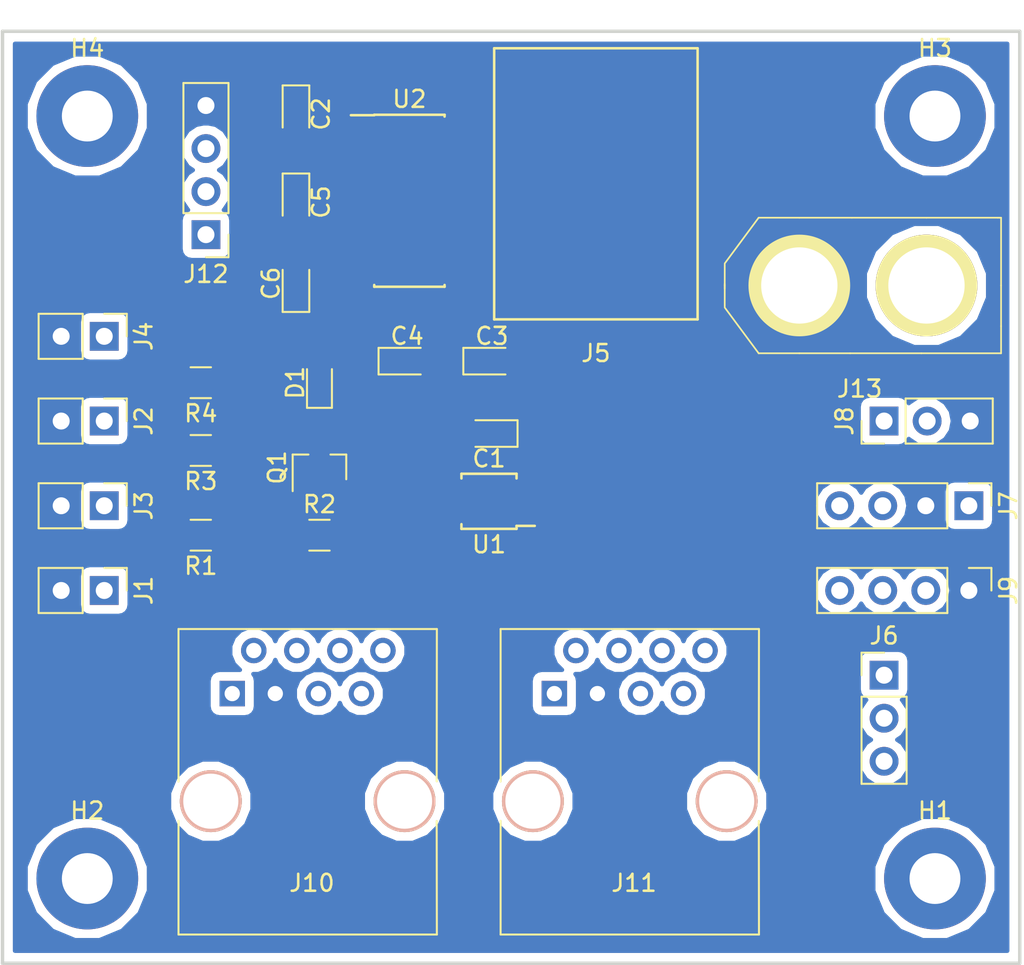
<source format=kicad_pcb>
(kicad_pcb (version 20171130) (host pcbnew "(5.0.2)-1")

  (general
    (thickness 1.6)
    (drawings 4)
    (tracks 1)
    (zones 0)
    (modules 31)
    (nets 43)
  )

  (page A4)
  (layers
    (0 F.Cu signal)
    (31 B.Cu signal)
    (32 B.Adhes user)
    (33 F.Adhes user)
    (34 B.Paste user)
    (35 F.Paste user)
    (36 B.SilkS user)
    (37 F.SilkS user)
    (38 B.Mask user)
    (39 F.Mask user)
    (40 Dwgs.User user)
    (41 Cmts.User user)
    (42 Eco1.User user)
    (43 Eco2.User user)
    (44 Edge.Cuts user)
    (45 Margin user)
    (46 B.CrtYd user)
    (47 F.CrtYd user)
    (48 B.Fab user)
    (49 F.Fab user)
  )

  (setup
    (last_trace_width 0.25)
    (trace_clearance 0.2)
    (zone_clearance 0.508)
    (zone_45_only no)
    (trace_min 0.2)
    (segment_width 0.2)
    (edge_width 0.15)
    (via_size 0.8)
    (via_drill 0.4)
    (via_min_size 0.4)
    (via_min_drill 0.3)
    (uvia_size 0.3)
    (uvia_drill 0.1)
    (uvias_allowed no)
    (uvia_min_size 0.2)
    (uvia_min_drill 0.1)
    (pcb_text_width 0.3)
    (pcb_text_size 1.5 1.5)
    (mod_edge_width 0.15)
    (mod_text_size 1 1)
    (mod_text_width 0.15)
    (pad_size 1.524 1.524)
    (pad_drill 0.762)
    (pad_to_mask_clearance 0.051)
    (solder_mask_min_width 0.25)
    (aux_axis_origin 0 0)
    (visible_elements 7FFFFFFF)
    (pcbplotparams
      (layerselection 0x010fc_ffffffff)
      (usegerberextensions false)
      (usegerberattributes false)
      (usegerberadvancedattributes false)
      (creategerberjobfile false)
      (excludeedgelayer true)
      (linewidth 0.100000)
      (plotframeref false)
      (viasonmask false)
      (mode 1)
      (useauxorigin false)
      (hpglpennumber 1)
      (hpglpenspeed 20)
      (hpglpendiameter 15.000000)
      (psnegative false)
      (psa4output false)
      (plotreference true)
      (plotvalue true)
      (plotinvisibletext false)
      (padsonsilk false)
      (subtractmaskfromsilk false)
      (outputformat 1)
      (mirror false)
      (drillshape 1)
      (scaleselection 1)
      (outputdirectory ""))
  )

  (net 0 "")
  (net 1 "Net-(Q1-Pad1)")
  (net 2 +5V)
  (net 3 Leak_Sig)
  (net 4 I2C_SDA)
  (net 5 "Net-(U1-Pad2)")
  (net 6 GND)
  (net 7 "Net-(U1-Pad6)")
  (net 8 "Net-(U1-Pad7)")
  (net 9 I2C_SCL)
  (net 10 +3V3)
  (net 11 EXT_Temp_0)
  (net 12 EXT_Temp_1)
  (net 13 EXT_PWM_LED)
  (net 14 "Net-(C2-Pad1)")
  (net 15 "Net-(C2-Pad2)")
  (net 16 "Net-(C3-Pad1)")
  (net 17 "Net-(C4-Pad1)")
  (net 18 "Net-(C5-Pad1)")
  (net 19 "Net-(C5-Pad2)")
  (net 20 "Net-(C6-Pad2)")
  (net 21 "Net-(D1-Pad2)")
  (net 22 Leak_Probe)
  (net 23 "Net-(J5-Pad1)")
  (net 24 "Net-(J5-Pad2)")
  (net 25 "Net-(J5-Pad3)")
  (net 26 "Net-(J5-Pad4)")
  (net 27 "Net-(J5-Pad5)")
  (net 28 "Net-(J5-Pad6)")
  (net 29 "Net-(J5-Pad7)")
  (net 30 "Net-(J5-Pad8)")
  (net 31 "Net-(J5-Pad9)")
  (net 32 "Net-(J5-Pad10)")
  (net 33 "Net-(J6-Pad3)")
  (net 34 "Net-(J6-Pad2)")
  (net 35 +12V)
  (net 36 ANLG_HAL_SENS)
  (net 37 "Net-(J12-Pad1)")
  (net 38 "Net-(J12-Pad2)")
  (net 39 "Net-(U2-Pad7)")
  (net 40 "Net-(U2-Pad10)")
  (net 41 "Net-(U2-Pad12)")
  (net 42 "Net-(U2-Pad13)")

  (net_class Default "This is the default net class."
    (clearance 0.2)
    (trace_width 0.25)
    (via_dia 0.8)
    (via_drill 0.4)
    (uvia_dia 0.3)
    (uvia_drill 0.1)
    (add_net +12V)
    (add_net +3V3)
    (add_net +5V)
    (add_net ANLG_HAL_SENS)
    (add_net EXT_PWM_LED)
    (add_net EXT_Temp_0)
    (add_net EXT_Temp_1)
    (add_net GND)
    (add_net I2C_SCL)
    (add_net I2C_SDA)
    (add_net Leak_Probe)
    (add_net Leak_Sig)
    (add_net "Net-(C2-Pad1)")
    (add_net "Net-(C2-Pad2)")
    (add_net "Net-(C3-Pad1)")
    (add_net "Net-(C4-Pad1)")
    (add_net "Net-(C5-Pad1)")
    (add_net "Net-(C5-Pad2)")
    (add_net "Net-(C6-Pad2)")
    (add_net "Net-(D1-Pad2)")
    (add_net "Net-(J12-Pad1)")
    (add_net "Net-(J12-Pad2)")
    (add_net "Net-(J5-Pad1)")
    (add_net "Net-(J5-Pad10)")
    (add_net "Net-(J5-Pad2)")
    (add_net "Net-(J5-Pad3)")
    (add_net "Net-(J5-Pad4)")
    (add_net "Net-(J5-Pad5)")
    (add_net "Net-(J5-Pad6)")
    (add_net "Net-(J5-Pad7)")
    (add_net "Net-(J5-Pad8)")
    (add_net "Net-(J5-Pad9)")
    (add_net "Net-(J6-Pad2)")
    (add_net "Net-(J6-Pad3)")
    (add_net "Net-(Q1-Pad1)")
    (add_net "Net-(U1-Pad2)")
    (add_net "Net-(U1-Pad6)")
    (add_net "Net-(U1-Pad7)")
    (add_net "Net-(U2-Pad10)")
    (add_net "Net-(U2-Pad12)")
    (add_net "Net-(U2-Pad13)")
    (add_net "Net-(U2-Pad7)")
  )

  (module MountingHole:MountingHole_3mm_Pad (layer F.Cu) (tedit 56D1B4CB) (tstamp 5C90D91E)
    (at 185 130)
    (descr "Mounting Hole 3mm")
    (tags "mounting hole 3mm")
    (path /5C84499E)
    (attr virtual)
    (fp_text reference H1 (at 0 -4) (layer F.SilkS)
      (effects (font (size 1 1) (thickness 0.15)))
    )
    (fp_text value MountingHole (at 0 4) (layer F.Fab)
      (effects (font (size 1 1) (thickness 0.15)))
    )
    (fp_circle (center 0 0) (end 3.25 0) (layer F.CrtYd) (width 0.05))
    (fp_circle (center 0 0) (end 3 0) (layer Cmts.User) (width 0.15))
    (fp_text user %R (at 0.3 0) (layer F.Fab)
      (effects (font (size 1 1) (thickness 0.15)))
    )
    (pad 1 thru_hole circle (at 0 0) (size 6 6) (drill 3) (layers *.Cu *.Mask))
  )

  (module MountingHole:MountingHole_3mm_Pad (layer F.Cu) (tedit 56D1B4CB) (tstamp 5C90D926)
    (at 135 130)
    (descr "Mounting Hole 3mm")
    (tags "mounting hole 3mm")
    (path /5C8449DE)
    (attr virtual)
    (fp_text reference H2 (at 0 -4) (layer F.SilkS)
      (effects (font (size 1 1) (thickness 0.15)))
    )
    (fp_text value MountingHole (at 0 4) (layer F.Fab)
      (effects (font (size 1 1) (thickness 0.15)))
    )
    (fp_text user %R (at 0.3 0) (layer F.Fab)
      (effects (font (size 1 1) (thickness 0.15)))
    )
    (fp_circle (center 0 0) (end 3 0) (layer Cmts.User) (width 0.15))
    (fp_circle (center 0 0) (end 3.25 0) (layer F.CrtYd) (width 0.05))
    (pad 1 thru_hole circle (at 0 0) (size 6 6) (drill 3) (layers *.Cu *.Mask))
  )

  (module MountingHole:MountingHole_3mm_Pad (layer F.Cu) (tedit 56D1B4CB) (tstamp 5C90D92E)
    (at 185 85)
    (descr "Mounting Hole 3mm")
    (tags "mounting hole 3mm")
    (path /5C844A42)
    (attr virtual)
    (fp_text reference H3 (at 0 -4) (layer F.SilkS)
      (effects (font (size 1 1) (thickness 0.15)))
    )
    (fp_text value MountingHole (at 0 4) (layer F.Fab)
      (effects (font (size 1 1) (thickness 0.15)))
    )
    (fp_circle (center 0 0) (end 3.25 0) (layer F.CrtYd) (width 0.05))
    (fp_circle (center 0 0) (end 3 0) (layer Cmts.User) (width 0.15))
    (fp_text user %R (at 0.3 0) (layer F.Fab)
      (effects (font (size 1 1) (thickness 0.15)))
    )
    (pad 1 thru_hole circle (at 0 0) (size 6 6) (drill 3) (layers *.Cu *.Mask))
  )

  (module MountingHole:MountingHole_3mm_Pad (layer F.Cu) (tedit 56D1B4CB) (tstamp 5C90D936)
    (at 135 85)
    (descr "Mounting Hole 3mm")
    (tags "mounting hole 3mm")
    (path /5C844AA4)
    (attr virtual)
    (fp_text reference H4 (at 0 -4) (layer F.SilkS)
      (effects (font (size 1 1) (thickness 0.15)))
    )
    (fp_text value MountingHole (at 0 4) (layer F.Fab)
      (effects (font (size 1 1) (thickness 0.15)))
    )
    (fp_text user %R (at 0.3 0) (layer F.Fab)
      (effects (font (size 1 1) (thickness 0.15)))
    )
    (fp_circle (center 0 0) (end 3 0) (layer Cmts.User) (width 0.15))
    (fp_circle (center 0 0) (end 3.25 0) (layer F.CrtYd) (width 0.05))
    (pad 1 thru_hole circle (at 0 0) (size 6 6) (drill 3) (layers *.Cu *.Mask))
  )

  (module Blue_ESC:RJ45_8 (layer F.Cu) (tedit 5C42412B) (tstamp 5C9D1A39)
    (at 148 124.290001)
    (tags RJ45)
    (path /5C6DE016)
    (fp_text reference J10 (at 0.25 5.975) (layer F.SilkS)
      (effects (font (size 1 1) (thickness 0.15)))
    )
    (fp_text value RJ45 (at 0.14 1.045) (layer F.Fab)
      (effects (font (size 1 1) (thickness 0.15)))
    )
    (fp_line (start -7.62 9.015) (end 7.62 9.015) (layer F.SilkS) (width 0.12))
    (fp_line (start 7.62 -9.015) (end 7.61 -0.025) (layer F.SilkS) (width 0.12))
    (fp_line (start 7.62 -9.015) (end -7.62 -9.015) (layer F.SilkS) (width 0.12))
    (fp_line (start -7.62 -9.015) (end -7.62 -0.015) (layer F.SilkS) (width 0.12))
    (fp_line (start 7.61 2.315) (end 7.62 9.015) (layer F.SilkS) (width 0.12))
    (fp_line (start -7.62 2.305) (end -7.62 9.015) (layer F.SilkS) (width 0.12))
    (fp_line (start -8.01 -9.265) (end 8.01 -9.265) (layer F.CrtYd) (width 0.05))
    (fp_line (start -8.01 -9.265) (end -8.01 9.265) (layer F.CrtYd) (width 0.05))
    (fp_line (start 8.01 9.265) (end 8.01 -9.265) (layer F.CrtYd) (width 0.05))
    (fp_line (start 8.01 9.265) (end -8.01 9.265) (layer F.CrtYd) (width 0.05))
    (pad "" np_thru_hole circle (at 5.715 1.145) (size 3.65 3.65) (drill 3.25) (layers *.Cu *.SilkS *.Mask))
    (pad "" np_thru_hole circle (at -5.715 1.145) (size 3.65 3.65) (drill 3.25) (layers *.Cu *.SilkS *.Mask))
    (pad 1 thru_hole rect (at -4.45 -5.205) (size 1.5 1.5) (drill 0.9) (layers *.Cu *.Mask)
      (net 4 I2C_SDA))
    (pad 2 thru_hole circle (at -3.18 -7.745) (size 1.5 1.5) (drill 0.9) (layers *.Cu *.Mask)
      (net 9 I2C_SCL))
    (pad 3 thru_hole circle (at -1.91 -5.205) (size 1.5 1.5) (drill 0.9) (layers *.Cu *.Mask)
      (net 6 GND))
    (pad 4 thru_hole circle (at -0.64 -7.745) (size 1.5 1.5) (drill 0.9) (layers *.Cu *.Mask)
      (net 10 +3V3))
    (pad 5 thru_hole circle (at 0.63 -5.205) (size 1.5 1.5) (drill 0.9) (layers *.Cu *.Mask)
      (net 11 EXT_Temp_0))
    (pad 6 thru_hole circle (at 1.9 -7.745) (size 1.5 1.5) (drill 0.9) (layers *.Cu *.Mask)
      (net 12 EXT_Temp_1))
    (pad 7 thru_hole circle (at 3.17 -5.205) (size 1.5 1.5) (drill 0.9) (layers *.Cu *.Mask)
      (net 13 EXT_PWM_LED))
    (pad 8 thru_hole circle (at 4.44 -7.745) (size 1.5 1.5) (drill 0.9) (layers *.Cu *.Mask)
      (net 2 +5V))
    (model ${KISYS3DMOD}/Connectors.3dshapes/RJ45_8.wrl
      (offset (xyz 4.571999931335449 -6.349999904632568 0))
      (scale (xyz 0.4 0.4 0.4))
      (rotate (xyz 0 0 0))
    )
  )

  (module Blue_ESC:RJ45_8 (layer F.Cu) (tedit 5C42412B) (tstamp 5C9D1A51)
    (at 167 124.290001)
    (tags RJ45)
    (path /5C6DE972)
    (fp_text reference J11 (at 0.25 5.975) (layer F.SilkS)
      (effects (font (size 1 1) (thickness 0.15)))
    )
    (fp_text value RJ45 (at 0.14 1.045) (layer F.Fab)
      (effects (font (size 1 1) (thickness 0.15)))
    )
    (fp_line (start 8.01 9.265) (end -8.01 9.265) (layer F.CrtYd) (width 0.05))
    (fp_line (start 8.01 9.265) (end 8.01 -9.265) (layer F.CrtYd) (width 0.05))
    (fp_line (start -8.01 -9.265) (end -8.01 9.265) (layer F.CrtYd) (width 0.05))
    (fp_line (start -8.01 -9.265) (end 8.01 -9.265) (layer F.CrtYd) (width 0.05))
    (fp_line (start -7.62 2.305) (end -7.62 9.015) (layer F.SilkS) (width 0.12))
    (fp_line (start 7.61 2.315) (end 7.62 9.015) (layer F.SilkS) (width 0.12))
    (fp_line (start -7.62 -9.015) (end -7.62 -0.015) (layer F.SilkS) (width 0.12))
    (fp_line (start 7.62 -9.015) (end -7.62 -9.015) (layer F.SilkS) (width 0.12))
    (fp_line (start 7.62 -9.015) (end 7.61 -0.025) (layer F.SilkS) (width 0.12))
    (fp_line (start -7.62 9.015) (end 7.62 9.015) (layer F.SilkS) (width 0.12))
    (pad 8 thru_hole circle (at 4.44 -7.745) (size 1.5 1.5) (drill 0.9) (layers *.Cu *.Mask)
      (net 2 +5V))
    (pad 7 thru_hole circle (at 3.17 -5.205) (size 1.5 1.5) (drill 0.9) (layers *.Cu *.Mask)
      (net 13 EXT_PWM_LED))
    (pad 6 thru_hole circle (at 1.9 -7.745) (size 1.5 1.5) (drill 0.9) (layers *.Cu *.Mask)
      (net 12 EXT_Temp_1))
    (pad 5 thru_hole circle (at 0.63 -5.205) (size 1.5 1.5) (drill 0.9) (layers *.Cu *.Mask)
      (net 11 EXT_Temp_0))
    (pad 4 thru_hole circle (at -0.64 -7.745) (size 1.5 1.5) (drill 0.9) (layers *.Cu *.Mask)
      (net 10 +3V3))
    (pad 3 thru_hole circle (at -1.91 -5.205) (size 1.5 1.5) (drill 0.9) (layers *.Cu *.Mask)
      (net 6 GND))
    (pad 2 thru_hole circle (at -3.18 -7.745) (size 1.5 1.5) (drill 0.9) (layers *.Cu *.Mask)
      (net 9 I2C_SCL))
    (pad 1 thru_hole rect (at -4.45 -5.205) (size 1.5 1.5) (drill 0.9) (layers *.Cu *.Mask)
      (net 4 I2C_SDA))
    (pad "" np_thru_hole circle (at -5.715 1.145) (size 3.65 3.65) (drill 3.25) (layers *.Cu *.SilkS *.Mask))
    (pad "" np_thru_hole circle (at 5.715 1.145) (size 3.65 3.65) (drill 3.25) (layers *.Cu *.SilkS *.Mask))
    (model ${KISYS3DMOD}/Connectors.3dshapes/RJ45_8.wrl
      (offset (xyz 4.571999931335449 -6.349999904632568 0))
      (scale (xyz 0.4 0.4 0.4))
      (rotate (xyz 0 0 0))
    )
  )

  (module Capacitor_Tantalum_SMD:CP_EIA-1608-08_AVX-J_Pad1.25x1.05mm_HandSolder (layer F.Cu) (tedit 5B301BBE) (tstamp 5CC888CE)
    (at 158.694643 103.736759 180)
    (descr "Tantalum Capacitor SMD AVX-J (1608-08 Metric), IPC_7351 nominal, (Body size from: https://www.vishay.com/docs/48064/_t58_vmn_pt0471_1601.pdf), generated with kicad-footprint-generator")
    (tags "capacitor tantalum")
    (path /5C6F8556)
    (attr smd)
    (fp_text reference C1 (at 0 -1.48 180) (layer F.SilkS)
      (effects (font (size 1 1) (thickness 0.15)))
    )
    (fp_text value C_Small (at 0 1.48 180) (layer F.Fab)
      (effects (font (size 1 1) (thickness 0.15)))
    )
    (fp_text user %R (at 0 0 180) (layer F.Fab)
      (effects (font (size 0.4 0.4) (thickness 0.06)))
    )
    (fp_line (start 1.68 0.78) (end -1.68 0.78) (layer F.CrtYd) (width 0.05))
    (fp_line (start 1.68 -0.78) (end 1.68 0.78) (layer F.CrtYd) (width 0.05))
    (fp_line (start -1.68 -0.78) (end 1.68 -0.78) (layer F.CrtYd) (width 0.05))
    (fp_line (start -1.68 0.78) (end -1.68 -0.78) (layer F.CrtYd) (width 0.05))
    (fp_line (start -1.685 0.785) (end 0.8 0.785) (layer F.SilkS) (width 0.12))
    (fp_line (start -1.685 -0.785) (end -1.685 0.785) (layer F.SilkS) (width 0.12))
    (fp_line (start 0.8 -0.785) (end -1.685 -0.785) (layer F.SilkS) (width 0.12))
    (fp_line (start 0.8 0.425) (end 0.8 -0.425) (layer F.Fab) (width 0.1))
    (fp_line (start -0.8 0.425) (end 0.8 0.425) (layer F.Fab) (width 0.1))
    (fp_line (start -0.8 -0.125) (end -0.8 0.425) (layer F.Fab) (width 0.1))
    (fp_line (start -0.5 -0.425) (end -0.8 -0.125) (layer F.Fab) (width 0.1))
    (fp_line (start 0.8 -0.425) (end -0.5 -0.425) (layer F.Fab) (width 0.1))
    (pad 2 smd roundrect (at 0.8 0 180) (size 1.25 1.05) (layers F.Cu F.Paste F.Mask) (roundrect_rratio 0.238095)
      (net 2 +5V))
    (pad 1 smd roundrect (at -0.8 0 180) (size 1.25 1.05) (layers F.Cu F.Paste F.Mask) (roundrect_rratio 0.238095)
      (net 6 GND))
    (model ${KISYS3DMOD}/Capacitor_Tantalum_SMD.3dshapes/CP_EIA-1608-08_AVX-J.wrl
      (at (xyz 0 0 0))
      (scale (xyz 1 1 1))
      (rotate (xyz 0 0 0))
    )
  )

  (module Capacitor_Tantalum_SMD:CP_EIA-1608-08_AVX-J_Pad1.25x1.05mm_HandSolder (layer F.Cu) (tedit 5B301BBE) (tstamp 5CC888E1)
    (at 147.309002 84.877446 270)
    (descr "Tantalum Capacitor SMD AVX-J (1608-08 Metric), IPC_7351 nominal, (Body size from: https://www.vishay.com/docs/48064/_t58_vmn_pt0471_1601.pdf), generated with kicad-footprint-generator")
    (tags "capacitor tantalum")
    (path /5C99E1C6)
    (attr smd)
    (fp_text reference C2 (at 0 -1.48 270) (layer F.SilkS)
      (effects (font (size 1 1) (thickness 0.15)))
    )
    (fp_text value 1uF (at 0 1.48 270) (layer F.Fab)
      (effects (font (size 1 1) (thickness 0.15)))
    )
    (fp_line (start 0.8 -0.425) (end -0.5 -0.425) (layer F.Fab) (width 0.1))
    (fp_line (start -0.5 -0.425) (end -0.8 -0.125) (layer F.Fab) (width 0.1))
    (fp_line (start -0.8 -0.125) (end -0.8 0.425) (layer F.Fab) (width 0.1))
    (fp_line (start -0.8 0.425) (end 0.8 0.425) (layer F.Fab) (width 0.1))
    (fp_line (start 0.8 0.425) (end 0.8 -0.425) (layer F.Fab) (width 0.1))
    (fp_line (start 0.8 -0.785) (end -1.685 -0.785) (layer F.SilkS) (width 0.12))
    (fp_line (start -1.685 -0.785) (end -1.685 0.785) (layer F.SilkS) (width 0.12))
    (fp_line (start -1.685 0.785) (end 0.8 0.785) (layer F.SilkS) (width 0.12))
    (fp_line (start -1.68 0.78) (end -1.68 -0.78) (layer F.CrtYd) (width 0.05))
    (fp_line (start -1.68 -0.78) (end 1.68 -0.78) (layer F.CrtYd) (width 0.05))
    (fp_line (start 1.68 -0.78) (end 1.68 0.78) (layer F.CrtYd) (width 0.05))
    (fp_line (start 1.68 0.78) (end -1.68 0.78) (layer F.CrtYd) (width 0.05))
    (fp_text user %R (at 0 0 270) (layer F.Fab)
      (effects (font (size 0.4 0.4) (thickness 0.06)))
    )
    (pad 1 smd roundrect (at -0.8 0 270) (size 1.25 1.05) (layers F.Cu F.Paste F.Mask) (roundrect_rratio 0.238095)
      (net 14 "Net-(C2-Pad1)"))
    (pad 2 smd roundrect (at 0.8 0 270) (size 1.25 1.05) (layers F.Cu F.Paste F.Mask) (roundrect_rratio 0.238095)
      (net 15 "Net-(C2-Pad2)"))
    (model ${KISYS3DMOD}/Capacitor_Tantalum_SMD.3dshapes/CP_EIA-1608-08_AVX-J.wrl
      (at (xyz 0 0 0))
      (scale (xyz 1 1 1))
      (rotate (xyz 0 0 0))
    )
  )

  (module Capacitor_Tantalum_SMD:CP_EIA-1608-08_AVX-J_Pad1.25x1.05mm_HandSolder (layer F.Cu) (tedit 5B301BBE) (tstamp 5CC888F4)
    (at 158.865838 99.466063)
    (descr "Tantalum Capacitor SMD AVX-J (1608-08 Metric), IPC_7351 nominal, (Body size from: https://www.vishay.com/docs/48064/_t58_vmn_pt0471_1601.pdf), generated with kicad-footprint-generator")
    (tags "capacitor tantalum")
    (path /5C99F6D7)
    (attr smd)
    (fp_text reference C3 (at 0 -1.48) (layer F.SilkS)
      (effects (font (size 1 1) (thickness 0.15)))
    )
    (fp_text value 1uF (at 0 1.48) (layer F.Fab)
      (effects (font (size 1 1) (thickness 0.15)))
    )
    (fp_line (start 0.8 -0.425) (end -0.5 -0.425) (layer F.Fab) (width 0.1))
    (fp_line (start -0.5 -0.425) (end -0.8 -0.125) (layer F.Fab) (width 0.1))
    (fp_line (start -0.8 -0.125) (end -0.8 0.425) (layer F.Fab) (width 0.1))
    (fp_line (start -0.8 0.425) (end 0.8 0.425) (layer F.Fab) (width 0.1))
    (fp_line (start 0.8 0.425) (end 0.8 -0.425) (layer F.Fab) (width 0.1))
    (fp_line (start 0.8 -0.785) (end -1.685 -0.785) (layer F.SilkS) (width 0.12))
    (fp_line (start -1.685 -0.785) (end -1.685 0.785) (layer F.SilkS) (width 0.12))
    (fp_line (start -1.685 0.785) (end 0.8 0.785) (layer F.SilkS) (width 0.12))
    (fp_line (start -1.68 0.78) (end -1.68 -0.78) (layer F.CrtYd) (width 0.05))
    (fp_line (start -1.68 -0.78) (end 1.68 -0.78) (layer F.CrtYd) (width 0.05))
    (fp_line (start 1.68 -0.78) (end 1.68 0.78) (layer F.CrtYd) (width 0.05))
    (fp_line (start 1.68 0.78) (end -1.68 0.78) (layer F.CrtYd) (width 0.05))
    (fp_text user %R (at 0 0) (layer F.Fab)
      (effects (font (size 0.4 0.4) (thickness 0.06)))
    )
    (pad 1 smd roundrect (at -0.8 0) (size 1.25 1.05) (layers F.Cu F.Paste F.Mask) (roundrect_rratio 0.238095)
      (net 16 "Net-(C3-Pad1)"))
    (pad 2 smd roundrect (at 0.8 0) (size 1.25 1.05) (layers F.Cu F.Paste F.Mask) (roundrect_rratio 0.238095)
      (net 6 GND))
    (model ${KISYS3DMOD}/Capacitor_Tantalum_SMD.3dshapes/CP_EIA-1608-08_AVX-J.wrl
      (at (xyz 0 0 0))
      (scale (xyz 1 1 1))
      (rotate (xyz 0 0 0))
    )
  )

  (module Capacitor_Tantalum_SMD:CP_EIA-1608-08_AVX-J_Pad1.25x1.05mm_HandSolder (layer F.Cu) (tedit 5B301BBE) (tstamp 5CC88907)
    (at 153.865838 99.466063)
    (descr "Tantalum Capacitor SMD AVX-J (1608-08 Metric), IPC_7351 nominal, (Body size from: https://www.vishay.com/docs/48064/_t58_vmn_pt0471_1601.pdf), generated with kicad-footprint-generator")
    (tags "capacitor tantalum")
    (path /5C99F2B9)
    (attr smd)
    (fp_text reference C4 (at 0 -1.48) (layer F.SilkS)
      (effects (font (size 1 1) (thickness 0.15)))
    )
    (fp_text value 1uF (at 0 1.48) (layer F.Fab)
      (effects (font (size 1 1) (thickness 0.15)))
    )
    (fp_text user %R (at 0 0) (layer F.Fab)
      (effects (font (size 0.4 0.4) (thickness 0.06)))
    )
    (fp_line (start 1.68 0.78) (end -1.68 0.78) (layer F.CrtYd) (width 0.05))
    (fp_line (start 1.68 -0.78) (end 1.68 0.78) (layer F.CrtYd) (width 0.05))
    (fp_line (start -1.68 -0.78) (end 1.68 -0.78) (layer F.CrtYd) (width 0.05))
    (fp_line (start -1.68 0.78) (end -1.68 -0.78) (layer F.CrtYd) (width 0.05))
    (fp_line (start -1.685 0.785) (end 0.8 0.785) (layer F.SilkS) (width 0.12))
    (fp_line (start -1.685 -0.785) (end -1.685 0.785) (layer F.SilkS) (width 0.12))
    (fp_line (start 0.8 -0.785) (end -1.685 -0.785) (layer F.SilkS) (width 0.12))
    (fp_line (start 0.8 0.425) (end 0.8 -0.425) (layer F.Fab) (width 0.1))
    (fp_line (start -0.8 0.425) (end 0.8 0.425) (layer F.Fab) (width 0.1))
    (fp_line (start -0.8 -0.125) (end -0.8 0.425) (layer F.Fab) (width 0.1))
    (fp_line (start -0.5 -0.425) (end -0.8 -0.125) (layer F.Fab) (width 0.1))
    (fp_line (start 0.8 -0.425) (end -0.5 -0.425) (layer F.Fab) (width 0.1))
    (pad 2 smd roundrect (at 0.8 0) (size 1.25 1.05) (layers F.Cu F.Paste F.Mask) (roundrect_rratio 0.238095)
      (net 16 "Net-(C3-Pad1)"))
    (pad 1 smd roundrect (at -0.8 0) (size 1.25 1.05) (layers F.Cu F.Paste F.Mask) (roundrect_rratio 0.238095)
      (net 17 "Net-(C4-Pad1)"))
    (model ${KISYS3DMOD}/Capacitor_Tantalum_SMD.3dshapes/CP_EIA-1608-08_AVX-J.wrl
      (at (xyz 0 0 0))
      (scale (xyz 1 1 1))
      (rotate (xyz 0 0 0))
    )
  )

  (module Capacitor_Tantalum_SMD:CP_EIA-1608-08_AVX-J_Pad1.25x1.05mm_HandSolder (layer F.Cu) (tedit 5B301BBE) (tstamp 5CC8891A)
    (at 147.309002 90.077446 270)
    (descr "Tantalum Capacitor SMD AVX-J (1608-08 Metric), IPC_7351 nominal, (Body size from: https://www.vishay.com/docs/48064/_t58_vmn_pt0471_1601.pdf), generated with kicad-footprint-generator")
    (tags "capacitor tantalum")
    (path /5C99EB63)
    (attr smd)
    (fp_text reference C5 (at 0 -1.48 270) (layer F.SilkS)
      (effects (font (size 1 1) (thickness 0.15)))
    )
    (fp_text value 1uF (at 0 1.48 270) (layer F.Fab)
      (effects (font (size 1 1) (thickness 0.15)))
    )
    (fp_line (start 0.8 -0.425) (end -0.5 -0.425) (layer F.Fab) (width 0.1))
    (fp_line (start -0.5 -0.425) (end -0.8 -0.125) (layer F.Fab) (width 0.1))
    (fp_line (start -0.8 -0.125) (end -0.8 0.425) (layer F.Fab) (width 0.1))
    (fp_line (start -0.8 0.425) (end 0.8 0.425) (layer F.Fab) (width 0.1))
    (fp_line (start 0.8 0.425) (end 0.8 -0.425) (layer F.Fab) (width 0.1))
    (fp_line (start 0.8 -0.785) (end -1.685 -0.785) (layer F.SilkS) (width 0.12))
    (fp_line (start -1.685 -0.785) (end -1.685 0.785) (layer F.SilkS) (width 0.12))
    (fp_line (start -1.685 0.785) (end 0.8 0.785) (layer F.SilkS) (width 0.12))
    (fp_line (start -1.68 0.78) (end -1.68 -0.78) (layer F.CrtYd) (width 0.05))
    (fp_line (start -1.68 -0.78) (end 1.68 -0.78) (layer F.CrtYd) (width 0.05))
    (fp_line (start 1.68 -0.78) (end 1.68 0.78) (layer F.CrtYd) (width 0.05))
    (fp_line (start 1.68 0.78) (end -1.68 0.78) (layer F.CrtYd) (width 0.05))
    (fp_text user %R (at 0 0 270) (layer F.Fab)
      (effects (font (size 0.4 0.4) (thickness 0.06)))
    )
    (pad 1 smd roundrect (at -0.8 0 270) (size 1.25 1.05) (layers F.Cu F.Paste F.Mask) (roundrect_rratio 0.238095)
      (net 18 "Net-(C5-Pad1)"))
    (pad 2 smd roundrect (at 0.8 0 270) (size 1.25 1.05) (layers F.Cu F.Paste F.Mask) (roundrect_rratio 0.238095)
      (net 19 "Net-(C5-Pad2)"))
    (model ${KISYS3DMOD}/Capacitor_Tantalum_SMD.3dshapes/CP_EIA-1608-08_AVX-J.wrl
      (at (xyz 0 0 0))
      (scale (xyz 1 1 1))
      (rotate (xyz 0 0 0))
    )
  )

  (module Capacitor_Tantalum_SMD:CP_EIA-1608-08_AVX-J_Pad1.25x1.05mm_HandSolder (layer F.Cu) (tedit 5B301BBE) (tstamp 5CC8892D)
    (at 147.309002 94.877446 90)
    (descr "Tantalum Capacitor SMD AVX-J (1608-08 Metric), IPC_7351 nominal, (Body size from: https://www.vishay.com/docs/48064/_t58_vmn_pt0471_1601.pdf), generated with kicad-footprint-generator")
    (tags "capacitor tantalum")
    (path /5C99E79E)
    (attr smd)
    (fp_text reference C6 (at 0 -1.48 90) (layer F.SilkS)
      (effects (font (size 1 1) (thickness 0.15)))
    )
    (fp_text value 1uF (at 0 1.48 90) (layer F.Fab)
      (effects (font (size 1 1) (thickness 0.15)))
    )
    (fp_text user %R (at 0 0 90) (layer F.Fab)
      (effects (font (size 0.4 0.4) (thickness 0.06)))
    )
    (fp_line (start 1.68 0.78) (end -1.68 0.78) (layer F.CrtYd) (width 0.05))
    (fp_line (start 1.68 -0.78) (end 1.68 0.78) (layer F.CrtYd) (width 0.05))
    (fp_line (start -1.68 -0.78) (end 1.68 -0.78) (layer F.CrtYd) (width 0.05))
    (fp_line (start -1.68 0.78) (end -1.68 -0.78) (layer F.CrtYd) (width 0.05))
    (fp_line (start -1.685 0.785) (end 0.8 0.785) (layer F.SilkS) (width 0.12))
    (fp_line (start -1.685 -0.785) (end -1.685 0.785) (layer F.SilkS) (width 0.12))
    (fp_line (start 0.8 -0.785) (end -1.685 -0.785) (layer F.SilkS) (width 0.12))
    (fp_line (start 0.8 0.425) (end 0.8 -0.425) (layer F.Fab) (width 0.1))
    (fp_line (start -0.8 0.425) (end 0.8 0.425) (layer F.Fab) (width 0.1))
    (fp_line (start -0.8 -0.125) (end -0.8 0.425) (layer F.Fab) (width 0.1))
    (fp_line (start -0.5 -0.425) (end -0.8 -0.125) (layer F.Fab) (width 0.1))
    (fp_line (start 0.8 -0.425) (end -0.5 -0.425) (layer F.Fab) (width 0.1))
    (pad 2 smd roundrect (at 0.8 0 90) (size 1.25 1.05) (layers F.Cu F.Paste F.Mask) (roundrect_rratio 0.238095)
      (net 20 "Net-(C6-Pad2)"))
    (pad 1 smd roundrect (at -0.8 0 90) (size 1.25 1.05) (layers F.Cu F.Paste F.Mask) (roundrect_rratio 0.238095)
      (net 6 GND))
    (model ${KISYS3DMOD}/Capacitor_Tantalum_SMD.3dshapes/CP_EIA-1608-08_AVX-J.wrl
      (at (xyz 0 0 0))
      (scale (xyz 1 1 1))
      (rotate (xyz 0 0 0))
    )
  )

  (module LED_SMD:LED_0603_1608Metric (layer F.Cu) (tedit 5B301BBE) (tstamp 5CC88940)
    (at 148.694643 100.736759 90)
    (descr "LED SMD 0603 (1608 Metric), square (rectangular) end terminal, IPC_7351 nominal, (Body size source: http://www.tortai-tech.com/upload/download/2011102023233369053.pdf), generated with kicad-footprint-generator")
    (tags diode)
    (path /5C5C9ADB)
    (attr smd)
    (fp_text reference D1 (at 0 -1.43 90) (layer F.SilkS)
      (effects (font (size 1 1) (thickness 0.15)))
    )
    (fp_text value LED (at 0 1.43 90) (layer F.Fab)
      (effects (font (size 1 1) (thickness 0.15)))
    )
    (fp_line (start 0.8 -0.4) (end -0.5 -0.4) (layer F.Fab) (width 0.1))
    (fp_line (start -0.5 -0.4) (end -0.8 -0.1) (layer F.Fab) (width 0.1))
    (fp_line (start -0.8 -0.1) (end -0.8 0.4) (layer F.Fab) (width 0.1))
    (fp_line (start -0.8 0.4) (end 0.8 0.4) (layer F.Fab) (width 0.1))
    (fp_line (start 0.8 0.4) (end 0.8 -0.4) (layer F.Fab) (width 0.1))
    (fp_line (start 0.8 -0.735) (end -1.485 -0.735) (layer F.SilkS) (width 0.12))
    (fp_line (start -1.485 -0.735) (end -1.485 0.735) (layer F.SilkS) (width 0.12))
    (fp_line (start -1.485 0.735) (end 0.8 0.735) (layer F.SilkS) (width 0.12))
    (fp_line (start -1.48 0.73) (end -1.48 -0.73) (layer F.CrtYd) (width 0.05))
    (fp_line (start -1.48 -0.73) (end 1.48 -0.73) (layer F.CrtYd) (width 0.05))
    (fp_line (start 1.48 -0.73) (end 1.48 0.73) (layer F.CrtYd) (width 0.05))
    (fp_line (start 1.48 0.73) (end -1.48 0.73) (layer F.CrtYd) (width 0.05))
    (fp_text user %R (at 0 0 90) (layer F.Fab)
      (effects (font (size 0.4 0.4) (thickness 0.06)))
    )
    (pad 1 smd roundrect (at -0.7875 0 90) (size 0.875 0.95) (layers F.Cu F.Paste F.Mask) (roundrect_rratio 0.25)
      (net 6 GND))
    (pad 2 smd roundrect (at 0.7875 0 90) (size 0.875 0.95) (layers F.Cu F.Paste F.Mask) (roundrect_rratio 0.25)
      (net 21 "Net-(D1-Pad2)"))
    (model ${KISYS3DMOD}/LED_SMD.3dshapes/LED_0603_1608Metric.wrl
      (at (xyz 0 0 0))
      (scale (xyz 1 1 1))
      (rotate (xyz 0 0 0))
    )
  )

  (module 2.54mm_Pin_Headers:PinHeader_1x02_P2.54mm_Vertical (layer F.Cu) (tedit 59FED5CC) (tstamp 5CC88956)
    (at 136 113 270)
    (descr "Through hole straight pin header, 1x02, 2.54mm pitch, single row")
    (tags "Through hole pin header THT 1x02 2.54mm single row")
    (path /5C6F2A9B)
    (fp_text reference J1 (at 0 -2.33 270) (layer F.SilkS)
      (effects (font (size 1 1) (thickness 0.15)))
    )
    (fp_text value Conn_01x02 (at 0 4.87 270) (layer F.Fab)
      (effects (font (size 1 1) (thickness 0.15)))
    )
    (fp_text user %R (at 0 1.27) (layer F.Fab)
      (effects (font (size 1 1) (thickness 0.15)))
    )
    (fp_line (start 1.8 -1.8) (end -1.8 -1.8) (layer F.CrtYd) (width 0.05))
    (fp_line (start 1.8 4.35) (end 1.8 -1.8) (layer F.CrtYd) (width 0.05))
    (fp_line (start -1.8 4.35) (end 1.8 4.35) (layer F.CrtYd) (width 0.05))
    (fp_line (start -1.8 -1.8) (end -1.8 4.35) (layer F.CrtYd) (width 0.05))
    (fp_line (start -1.33 -1.33) (end 0 -1.33) (layer F.SilkS) (width 0.12))
    (fp_line (start -1.33 0) (end -1.33 -1.33) (layer F.SilkS) (width 0.12))
    (fp_line (start -1.33 1.27) (end 1.33 1.27) (layer F.SilkS) (width 0.12))
    (fp_line (start 1.33 1.27) (end 1.33 3.87) (layer F.SilkS) (width 0.12))
    (fp_line (start -1.33 1.27) (end -1.33 3.87) (layer F.SilkS) (width 0.12))
    (fp_line (start -1.33 3.87) (end 1.33 3.87) (layer F.SilkS) (width 0.12))
    (fp_line (start -1.27 -0.635) (end -0.635 -1.27) (layer F.Fab) (width 0.1))
    (fp_line (start -1.27 3.81) (end -1.27 -0.635) (layer F.Fab) (width 0.1))
    (fp_line (start 1.27 3.81) (end -1.27 3.81) (layer F.Fab) (width 0.1))
    (fp_line (start 1.27 -1.27) (end 1.27 3.81) (layer F.Fab) (width 0.1))
    (fp_line (start -0.635 -1.27) (end 1.27 -1.27) (layer F.Fab) (width 0.1))
    (pad 2 thru_hole oval (at 0 2.54 270) (size 1.7 1.7) (drill 1) (layers *.Cu *.Mask)
      (net 6 GND))
    (pad 1 thru_hole rect (at 0 0 270) (size 1.7 1.7) (drill 1) (layers *.Cu *.Mask)
      (net 22 Leak_Probe))
    (model ${KISYS3DMOD}/Connector_PinHeader_2.54mm.3dshapes/PinHeader_1x02_P2.54mm_Vertical.wrl
      (at (xyz 0 0 0))
      (scale (xyz 1 1 1))
      (rotate (xyz 0 0 0))
    )
  )

  (module 2.54mm_Pin_Headers:PinHeader_1x02_P2.54mm_Vertical (layer F.Cu) (tedit 59FED5CC) (tstamp 5CC8896C)
    (at 136 103 270)
    (descr "Through hole straight pin header, 1x02, 2.54mm pitch, single row")
    (tags "Through hole pin header THT 1x02 2.54mm single row")
    (path /5C6F2AFB)
    (fp_text reference J2 (at 0 -2.33 270) (layer F.SilkS)
      (effects (font (size 1 1) (thickness 0.15)))
    )
    (fp_text value Conn_01x02 (at 0 4.87 270) (layer F.Fab)
      (effects (font (size 1 1) (thickness 0.15)))
    )
    (fp_line (start -0.635 -1.27) (end 1.27 -1.27) (layer F.Fab) (width 0.1))
    (fp_line (start 1.27 -1.27) (end 1.27 3.81) (layer F.Fab) (width 0.1))
    (fp_line (start 1.27 3.81) (end -1.27 3.81) (layer F.Fab) (width 0.1))
    (fp_line (start -1.27 3.81) (end -1.27 -0.635) (layer F.Fab) (width 0.1))
    (fp_line (start -1.27 -0.635) (end -0.635 -1.27) (layer F.Fab) (width 0.1))
    (fp_line (start -1.33 3.87) (end 1.33 3.87) (layer F.SilkS) (width 0.12))
    (fp_line (start -1.33 1.27) (end -1.33 3.87) (layer F.SilkS) (width 0.12))
    (fp_line (start 1.33 1.27) (end 1.33 3.87) (layer F.SilkS) (width 0.12))
    (fp_line (start -1.33 1.27) (end 1.33 1.27) (layer F.SilkS) (width 0.12))
    (fp_line (start -1.33 0) (end -1.33 -1.33) (layer F.SilkS) (width 0.12))
    (fp_line (start -1.33 -1.33) (end 0 -1.33) (layer F.SilkS) (width 0.12))
    (fp_line (start -1.8 -1.8) (end -1.8 4.35) (layer F.CrtYd) (width 0.05))
    (fp_line (start -1.8 4.35) (end 1.8 4.35) (layer F.CrtYd) (width 0.05))
    (fp_line (start 1.8 4.35) (end 1.8 -1.8) (layer F.CrtYd) (width 0.05))
    (fp_line (start 1.8 -1.8) (end -1.8 -1.8) (layer F.CrtYd) (width 0.05))
    (fp_text user %R (at 0 1.27) (layer F.Fab)
      (effects (font (size 1 1) (thickness 0.15)))
    )
    (pad 1 thru_hole rect (at 0 0 270) (size 1.7 1.7) (drill 1) (layers *.Cu *.Mask)
      (net 22 Leak_Probe))
    (pad 2 thru_hole oval (at 0 2.54 270) (size 1.7 1.7) (drill 1) (layers *.Cu *.Mask)
      (net 6 GND))
    (model ${KISYS3DMOD}/Connector_PinHeader_2.54mm.3dshapes/PinHeader_1x02_P2.54mm_Vertical.wrl
      (at (xyz 0 0 0))
      (scale (xyz 1 1 1))
      (rotate (xyz 0 0 0))
    )
  )

  (module 2.54mm_Pin_Headers:PinHeader_1x02_P2.54mm_Vertical (layer F.Cu) (tedit 59FED5CC) (tstamp 5CC88982)
    (at 136 108 270)
    (descr "Through hole straight pin header, 1x02, 2.54mm pitch, single row")
    (tags "Through hole pin header THT 1x02 2.54mm single row")
    (path /5C6F2B6A)
    (fp_text reference J3 (at 0 -2.33 270) (layer F.SilkS)
      (effects (font (size 1 1) (thickness 0.15)))
    )
    (fp_text value Conn_01x02 (at 0 4.87 270) (layer F.Fab)
      (effects (font (size 1 1) (thickness 0.15)))
    )
    (fp_text user %R (at 0 1.27) (layer F.Fab)
      (effects (font (size 1 1) (thickness 0.15)))
    )
    (fp_line (start 1.8 -1.8) (end -1.8 -1.8) (layer F.CrtYd) (width 0.05))
    (fp_line (start 1.8 4.35) (end 1.8 -1.8) (layer F.CrtYd) (width 0.05))
    (fp_line (start -1.8 4.35) (end 1.8 4.35) (layer F.CrtYd) (width 0.05))
    (fp_line (start -1.8 -1.8) (end -1.8 4.35) (layer F.CrtYd) (width 0.05))
    (fp_line (start -1.33 -1.33) (end 0 -1.33) (layer F.SilkS) (width 0.12))
    (fp_line (start -1.33 0) (end -1.33 -1.33) (layer F.SilkS) (width 0.12))
    (fp_line (start -1.33 1.27) (end 1.33 1.27) (layer F.SilkS) (width 0.12))
    (fp_line (start 1.33 1.27) (end 1.33 3.87) (layer F.SilkS) (width 0.12))
    (fp_line (start -1.33 1.27) (end -1.33 3.87) (layer F.SilkS) (width 0.12))
    (fp_line (start -1.33 3.87) (end 1.33 3.87) (layer F.SilkS) (width 0.12))
    (fp_line (start -1.27 -0.635) (end -0.635 -1.27) (layer F.Fab) (width 0.1))
    (fp_line (start -1.27 3.81) (end -1.27 -0.635) (layer F.Fab) (width 0.1))
    (fp_line (start 1.27 3.81) (end -1.27 3.81) (layer F.Fab) (width 0.1))
    (fp_line (start 1.27 -1.27) (end 1.27 3.81) (layer F.Fab) (width 0.1))
    (fp_line (start -0.635 -1.27) (end 1.27 -1.27) (layer F.Fab) (width 0.1))
    (pad 2 thru_hole oval (at 0 2.54 270) (size 1.7 1.7) (drill 1) (layers *.Cu *.Mask)
      (net 6 GND))
    (pad 1 thru_hole rect (at 0 0 270) (size 1.7 1.7) (drill 1) (layers *.Cu *.Mask)
      (net 22 Leak_Probe))
    (model ${KISYS3DMOD}/Connector_PinHeader_2.54mm.3dshapes/PinHeader_1x02_P2.54mm_Vertical.wrl
      (at (xyz 0 0 0))
      (scale (xyz 1 1 1))
      (rotate (xyz 0 0 0))
    )
  )

  (module 2.54mm_Pin_Headers:PinHeader_1x02_P2.54mm_Vertical (layer F.Cu) (tedit 59FED5CC) (tstamp 5CC88998)
    (at 136 98 270)
    (descr "Through hole straight pin header, 1x02, 2.54mm pitch, single row")
    (tags "Through hole pin header THT 1x02 2.54mm single row")
    (path /5C6F2BA4)
    (fp_text reference J4 (at 0 -2.33 270) (layer F.SilkS)
      (effects (font (size 1 1) (thickness 0.15)))
    )
    (fp_text value Conn_01x02 (at 0 4.87 270) (layer F.Fab)
      (effects (font (size 1 1) (thickness 0.15)))
    )
    (fp_line (start -0.635 -1.27) (end 1.27 -1.27) (layer F.Fab) (width 0.1))
    (fp_line (start 1.27 -1.27) (end 1.27 3.81) (layer F.Fab) (width 0.1))
    (fp_line (start 1.27 3.81) (end -1.27 3.81) (layer F.Fab) (width 0.1))
    (fp_line (start -1.27 3.81) (end -1.27 -0.635) (layer F.Fab) (width 0.1))
    (fp_line (start -1.27 -0.635) (end -0.635 -1.27) (layer F.Fab) (width 0.1))
    (fp_line (start -1.33 3.87) (end 1.33 3.87) (layer F.SilkS) (width 0.12))
    (fp_line (start -1.33 1.27) (end -1.33 3.87) (layer F.SilkS) (width 0.12))
    (fp_line (start 1.33 1.27) (end 1.33 3.87) (layer F.SilkS) (width 0.12))
    (fp_line (start -1.33 1.27) (end 1.33 1.27) (layer F.SilkS) (width 0.12))
    (fp_line (start -1.33 0) (end -1.33 -1.33) (layer F.SilkS) (width 0.12))
    (fp_line (start -1.33 -1.33) (end 0 -1.33) (layer F.SilkS) (width 0.12))
    (fp_line (start -1.8 -1.8) (end -1.8 4.35) (layer F.CrtYd) (width 0.05))
    (fp_line (start -1.8 4.35) (end 1.8 4.35) (layer F.CrtYd) (width 0.05))
    (fp_line (start 1.8 4.35) (end 1.8 -1.8) (layer F.CrtYd) (width 0.05))
    (fp_line (start 1.8 -1.8) (end -1.8 -1.8) (layer F.CrtYd) (width 0.05))
    (fp_text user %R (at 0 1.27) (layer F.Fab)
      (effects (font (size 1 1) (thickness 0.15)))
    )
    (pad 1 thru_hole rect (at 0 0 270) (size 1.7 1.7) (drill 1) (layers *.Cu *.Mask)
      (net 22 Leak_Probe))
    (pad 2 thru_hole oval (at 0 2.54 270) (size 1.7 1.7) (drill 1) (layers *.Cu *.Mask)
      (net 6 GND))
    (model ${KISYS3DMOD}/Connector_PinHeader_2.54mm.3dshapes/PinHeader_1x02_P2.54mm_Vertical.wrl
      (at (xyz 0 0 0))
      (scale (xyz 1 1 1))
      (rotate (xyz 0 0 0))
    )
  )

  (module "Blue_ESC:Amphenol 98424-G52-10LF" (layer F.Cu) (tedit 5CAE26B9) (tstamp 5CC889AA)
    (at 165 89)
    (path /5C9EDC18)
    (fp_text reference J5 (at 0 10) (layer F.SilkS)
      (effects (font (size 1 1) (thickness 0.15)))
    )
    (fp_text value Conn_02x05_Odd_Even (at 0 -10) (layer F.Fab)
      (effects (font (size 1 1) (thickness 0.15)))
    )
    (fp_line (start -6 -8) (end 6 -8) (layer F.SilkS) (width 0.15))
    (fp_line (start 6 -8) (end 6 8) (layer F.SilkS) (width 0.15))
    (fp_line (start 6 8) (end -6 8) (layer F.SilkS) (width 0.15))
    (fp_line (start -6 8) (end -6 -8) (layer F.SilkS) (width 0.15))
    (pad 1 smd rect (at 4 -4.85) (size 1.1 4.2) (layers F.Cu F.Paste F.Mask)
      (net 23 "Net-(J5-Pad1)"))
    (pad 2 smd rect (at 4 4.85) (size 1.1 4.2) (layers F.Cu F.Paste F.Mask)
      (net 24 "Net-(J5-Pad2)"))
    (pad 3 smd rect (at 2 -4.85) (size 1.1 4.2) (layers F.Cu F.Paste F.Mask)
      (net 25 "Net-(J5-Pad3)"))
    (pad 4 smd rect (at 2 4.85) (size 1.1 4.2) (layers F.Cu F.Paste F.Mask)
      (net 26 "Net-(J5-Pad4)"))
    (pad 5 smd rect (at 0 -4.85) (size 1.1 4.2) (layers F.Cu F.Paste F.Mask)
      (net 27 "Net-(J5-Pad5)"))
    (pad 6 smd rect (at 0 4.85) (size 1.1 4.2) (layers F.Cu F.Paste F.Mask)
      (net 28 "Net-(J5-Pad6)"))
    (pad 7 smd rect (at -2 -4.85) (size 1.1 4.2) (layers F.Cu F.Paste F.Mask)
      (net 29 "Net-(J5-Pad7)"))
    (pad 8 smd rect (at -2 4.85) (size 1.1 4.2) (layers F.Cu F.Paste F.Mask)
      (net 30 "Net-(J5-Pad8)"))
    (pad 9 smd rect (at -4 -4.85) (size 1.1 4.2) (layers F.Cu F.Paste F.Mask)
      (net 31 "Net-(J5-Pad9)"))
    (pad 10 smd rect (at -4 4.85) (size 1.1 4.2) (layers F.Cu F.Paste F.Mask)
      (net 32 "Net-(J5-Pad10)"))
  )

  (module 2.54mm_Pin_Headers:PinHeader_1x03_P2.54mm_Vertical (layer F.Cu) (tedit 59FED5CC) (tstamp 5CC889C1)
    (at 182 118)
    (descr "Through hole straight pin header, 1x03, 2.54mm pitch, single row")
    (tags "Through hole pin header THT 1x03 2.54mm single row")
    (path /5C6F621E)
    (fp_text reference J6 (at 0 -2.33) (layer F.SilkS)
      (effects (font (size 1 1) (thickness 0.15)))
    )
    (fp_text value Conn_01x03 (at 0 7.41) (layer F.Fab)
      (effects (font (size 1 1) (thickness 0.15)))
    )
    (fp_text user %R (at 0 2.54 90) (layer F.Fab)
      (effects (font (size 1 1) (thickness 0.15)))
    )
    (fp_line (start 1.8 -1.8) (end -1.8 -1.8) (layer F.CrtYd) (width 0.05))
    (fp_line (start 1.8 6.85) (end 1.8 -1.8) (layer F.CrtYd) (width 0.05))
    (fp_line (start -1.8 6.85) (end 1.8 6.85) (layer F.CrtYd) (width 0.05))
    (fp_line (start -1.8 -1.8) (end -1.8 6.85) (layer F.CrtYd) (width 0.05))
    (fp_line (start -1.33 -1.33) (end 0 -1.33) (layer F.SilkS) (width 0.12))
    (fp_line (start -1.33 0) (end -1.33 -1.33) (layer F.SilkS) (width 0.12))
    (fp_line (start -1.33 1.27) (end 1.33 1.27) (layer F.SilkS) (width 0.12))
    (fp_line (start 1.33 1.27) (end 1.33 6.41) (layer F.SilkS) (width 0.12))
    (fp_line (start -1.33 1.27) (end -1.33 6.41) (layer F.SilkS) (width 0.12))
    (fp_line (start -1.33 6.41) (end 1.33 6.41) (layer F.SilkS) (width 0.12))
    (fp_line (start -1.27 -0.635) (end -0.635 -1.27) (layer F.Fab) (width 0.1))
    (fp_line (start -1.27 6.35) (end -1.27 -0.635) (layer F.Fab) (width 0.1))
    (fp_line (start 1.27 6.35) (end -1.27 6.35) (layer F.Fab) (width 0.1))
    (fp_line (start 1.27 -1.27) (end 1.27 6.35) (layer F.Fab) (width 0.1))
    (fp_line (start -0.635 -1.27) (end 1.27 -1.27) (layer F.Fab) (width 0.1))
    (pad 3 thru_hole oval (at 0 5.08) (size 1.7 1.7) (drill 1) (layers *.Cu *.Mask)
      (net 33 "Net-(J6-Pad3)"))
    (pad 2 thru_hole oval (at 0 2.54) (size 1.7 1.7) (drill 1) (layers *.Cu *.Mask)
      (net 34 "Net-(J6-Pad2)"))
    (pad 1 thru_hole rect (at 0 0) (size 1.7 1.7) (drill 1) (layers *.Cu *.Mask)
      (net 13 EXT_PWM_LED))
    (model ${KISYS3DMOD}/Connector_PinHeader_2.54mm.3dshapes/PinHeader_1x03_P2.54mm_Vertical.wrl
      (at (xyz 0 0 0))
      (scale (xyz 1 1 1))
      (rotate (xyz 0 0 0))
    )
  )

  (module 2.54mm_Pin_Headers:PinHeader_1x04_P2.54mm_Vertical (layer F.Cu) (tedit 59FED5CC) (tstamp 5CC889D9)
    (at 187 108 270)
    (descr "Through hole straight pin header, 1x04, 2.54mm pitch, single row")
    (tags "Through hole pin header THT 1x04 2.54mm single row")
    (path /5C6F63B5)
    (fp_text reference J7 (at 0 -2.33 270) (layer F.SilkS)
      (effects (font (size 1 1) (thickness 0.15)))
    )
    (fp_text value Conn_01x04 (at 0 9.95 270) (layer F.Fab)
      (effects (font (size 1 1) (thickness 0.15)))
    )
    (fp_text user %R (at 0 3.81) (layer F.Fab)
      (effects (font (size 1 1) (thickness 0.15)))
    )
    (fp_line (start 1.8 -1.8) (end -1.8 -1.8) (layer F.CrtYd) (width 0.05))
    (fp_line (start 1.8 9.4) (end 1.8 -1.8) (layer F.CrtYd) (width 0.05))
    (fp_line (start -1.8 9.4) (end 1.8 9.4) (layer F.CrtYd) (width 0.05))
    (fp_line (start -1.8 -1.8) (end -1.8 9.4) (layer F.CrtYd) (width 0.05))
    (fp_line (start -1.33 -1.33) (end 0 -1.33) (layer F.SilkS) (width 0.12))
    (fp_line (start -1.33 0) (end -1.33 -1.33) (layer F.SilkS) (width 0.12))
    (fp_line (start -1.33 1.27) (end 1.33 1.27) (layer F.SilkS) (width 0.12))
    (fp_line (start 1.33 1.27) (end 1.33 8.95) (layer F.SilkS) (width 0.12))
    (fp_line (start -1.33 1.27) (end -1.33 8.95) (layer F.SilkS) (width 0.12))
    (fp_line (start -1.33 8.95) (end 1.33 8.95) (layer F.SilkS) (width 0.12))
    (fp_line (start -1.27 -0.635) (end -0.635 -1.27) (layer F.Fab) (width 0.1))
    (fp_line (start -1.27 8.89) (end -1.27 -0.635) (layer F.Fab) (width 0.1))
    (fp_line (start 1.27 8.89) (end -1.27 8.89) (layer F.Fab) (width 0.1))
    (fp_line (start 1.27 -1.27) (end 1.27 8.89) (layer F.Fab) (width 0.1))
    (fp_line (start -0.635 -1.27) (end 1.27 -1.27) (layer F.Fab) (width 0.1))
    (pad 4 thru_hole oval (at 0 7.62 270) (size 1.7 1.7) (drill 1) (layers *.Cu *.Mask)
      (net 4 I2C_SDA))
    (pad 3 thru_hole oval (at 0 5.08 270) (size 1.7 1.7) (drill 1) (layers *.Cu *.Mask)
      (net 9 I2C_SCL))
    (pad 2 thru_hole oval (at 0 2.54 270) (size 1.7 1.7) (drill 1) (layers *.Cu *.Mask)
      (net 6 GND))
    (pad 1 thru_hole rect (at 0 0 270) (size 1.7 1.7) (drill 1) (layers *.Cu *.Mask)
      (net 35 +12V))
    (model ${KISYS3DMOD}/Connector_PinHeader_2.54mm.3dshapes/PinHeader_1x04_P2.54mm_Vertical.wrl
      (at (xyz 0 0 0))
      (scale (xyz 1 1 1))
      (rotate (xyz 0 0 0))
    )
  )

  (module 2.54mm_Pin_Headers:PinHeader_1x03_P2.54mm_Vertical (layer F.Cu) (tedit 59FED5CC) (tstamp 5CC889F0)
    (at 182 103 90)
    (descr "Through hole straight pin header, 1x03, 2.54mm pitch, single row")
    (tags "Through hole pin header THT 1x03 2.54mm single row")
    (path /5C6F7BD4)
    (fp_text reference J8 (at 0 -2.33 90) (layer F.SilkS)
      (effects (font (size 1 1) (thickness 0.15)))
    )
    (fp_text value Conn_01x03 (at 0 7.41 90) (layer F.Fab)
      (effects (font (size 1 1) (thickness 0.15)))
    )
    (fp_line (start -0.635 -1.27) (end 1.27 -1.27) (layer F.Fab) (width 0.1))
    (fp_line (start 1.27 -1.27) (end 1.27 6.35) (layer F.Fab) (width 0.1))
    (fp_line (start 1.27 6.35) (end -1.27 6.35) (layer F.Fab) (width 0.1))
    (fp_line (start -1.27 6.35) (end -1.27 -0.635) (layer F.Fab) (width 0.1))
    (fp_line (start -1.27 -0.635) (end -0.635 -1.27) (layer F.Fab) (width 0.1))
    (fp_line (start -1.33 6.41) (end 1.33 6.41) (layer F.SilkS) (width 0.12))
    (fp_line (start -1.33 1.27) (end -1.33 6.41) (layer F.SilkS) (width 0.12))
    (fp_line (start 1.33 1.27) (end 1.33 6.41) (layer F.SilkS) (width 0.12))
    (fp_line (start -1.33 1.27) (end 1.33 1.27) (layer F.SilkS) (width 0.12))
    (fp_line (start -1.33 0) (end -1.33 -1.33) (layer F.SilkS) (width 0.12))
    (fp_line (start -1.33 -1.33) (end 0 -1.33) (layer F.SilkS) (width 0.12))
    (fp_line (start -1.8 -1.8) (end -1.8 6.85) (layer F.CrtYd) (width 0.05))
    (fp_line (start -1.8 6.85) (end 1.8 6.85) (layer F.CrtYd) (width 0.05))
    (fp_line (start 1.8 6.85) (end 1.8 -1.8) (layer F.CrtYd) (width 0.05))
    (fp_line (start 1.8 -1.8) (end -1.8 -1.8) (layer F.CrtYd) (width 0.05))
    (fp_text user %R (at 0 2.54 180) (layer F.Fab)
      (effects (font (size 1 1) (thickness 0.15)))
    )
    (pad 1 thru_hole rect (at 0 0 90) (size 1.7 1.7) (drill 1) (layers *.Cu *.Mask)
      (net 2 +5V))
    (pad 2 thru_hole oval (at 0 2.54 90) (size 1.7 1.7) (drill 1) (layers *.Cu *.Mask)
      (net 36 ANLG_HAL_SENS))
    (pad 3 thru_hole oval (at 0 5.08 90) (size 1.7 1.7) (drill 1) (layers *.Cu *.Mask)
      (net 6 GND))
    (model ${KISYS3DMOD}/Connector_PinHeader_2.54mm.3dshapes/PinHeader_1x03_P2.54mm_Vertical.wrl
      (at (xyz 0 0 0))
      (scale (xyz 1 1 1))
      (rotate (xyz 0 0 0))
    )
  )

  (module 2.54mm_Pin_Headers:PinHeader_1x04_P2.54mm_Vertical (layer F.Cu) (tedit 59FED5CC) (tstamp 5CC88A08)
    (at 187 113 270)
    (descr "Through hole straight pin header, 1x04, 2.54mm pitch, single row")
    (tags "Through hole pin header THT 1x04 2.54mm single row")
    (path /5C6E0A3E)
    (fp_text reference J9 (at 0 -2.33 270) (layer F.SilkS)
      (effects (font (size 1 1) (thickness 0.15)))
    )
    (fp_text value Conn_01x04 (at 0 9.95 270) (layer F.Fab)
      (effects (font (size 1 1) (thickness 0.15)))
    )
    (fp_line (start -0.635 -1.27) (end 1.27 -1.27) (layer F.Fab) (width 0.1))
    (fp_line (start 1.27 -1.27) (end 1.27 8.89) (layer F.Fab) (width 0.1))
    (fp_line (start 1.27 8.89) (end -1.27 8.89) (layer F.Fab) (width 0.1))
    (fp_line (start -1.27 8.89) (end -1.27 -0.635) (layer F.Fab) (width 0.1))
    (fp_line (start -1.27 -0.635) (end -0.635 -1.27) (layer F.Fab) (width 0.1))
    (fp_line (start -1.33 8.95) (end 1.33 8.95) (layer F.SilkS) (width 0.12))
    (fp_line (start -1.33 1.27) (end -1.33 8.95) (layer F.SilkS) (width 0.12))
    (fp_line (start 1.33 1.27) (end 1.33 8.95) (layer F.SilkS) (width 0.12))
    (fp_line (start -1.33 1.27) (end 1.33 1.27) (layer F.SilkS) (width 0.12))
    (fp_line (start -1.33 0) (end -1.33 -1.33) (layer F.SilkS) (width 0.12))
    (fp_line (start -1.33 -1.33) (end 0 -1.33) (layer F.SilkS) (width 0.12))
    (fp_line (start -1.8 -1.8) (end -1.8 9.4) (layer F.CrtYd) (width 0.05))
    (fp_line (start -1.8 9.4) (end 1.8 9.4) (layer F.CrtYd) (width 0.05))
    (fp_line (start 1.8 9.4) (end 1.8 -1.8) (layer F.CrtYd) (width 0.05))
    (fp_line (start 1.8 -1.8) (end -1.8 -1.8) (layer F.CrtYd) (width 0.05))
    (fp_text user %R (at 0 3.81) (layer F.Fab)
      (effects (font (size 1 1) (thickness 0.15)))
    )
    (pad 1 thru_hole rect (at 0 0 270) (size 1.7 1.7) (drill 1) (layers *.Cu *.Mask)
      (net 6 GND))
    (pad 2 thru_hole oval (at 0 2.54 270) (size 1.7 1.7) (drill 1) (layers *.Cu *.Mask)
      (net 10 +3V3))
    (pad 3 thru_hole oval (at 0 5.08 270) (size 1.7 1.7) (drill 1) (layers *.Cu *.Mask)
      (net 9 I2C_SCL))
    (pad 4 thru_hole oval (at 0 7.62 270) (size 1.7 1.7) (drill 1) (layers *.Cu *.Mask)
      (net 4 I2C_SDA))
    (model ${KISYS3DMOD}/Connector_PinHeader_2.54mm.3dshapes/PinHeader_1x04_P2.54mm_Vertical.wrl
      (at (xyz 0 0 0))
      (scale (xyz 1 1 1))
      (rotate (xyz 0 0 0))
    )
  )

  (module 2.54mm_Pin_Headers:PinHeader_1x04_P2.54mm_Vertical (layer F.Cu) (tedit 59FED5CC) (tstamp 5CC88A20)
    (at 142 92 180)
    (descr "Through hole straight pin header, 1x04, 2.54mm pitch, single row")
    (tags "Through hole pin header THT 1x04 2.54mm single row")
    (path /5CAD182A)
    (fp_text reference J12 (at 0 -2.33 180) (layer F.SilkS)
      (effects (font (size 1 1) (thickness 0.15)))
    )
    (fp_text value Conn_01x04 (at 0 9.95 180) (layer F.Fab)
      (effects (font (size 1 1) (thickness 0.15)))
    )
    (fp_line (start -0.635 -1.27) (end 1.27 -1.27) (layer F.Fab) (width 0.1))
    (fp_line (start 1.27 -1.27) (end 1.27 8.89) (layer F.Fab) (width 0.1))
    (fp_line (start 1.27 8.89) (end -1.27 8.89) (layer F.Fab) (width 0.1))
    (fp_line (start -1.27 8.89) (end -1.27 -0.635) (layer F.Fab) (width 0.1))
    (fp_line (start -1.27 -0.635) (end -0.635 -1.27) (layer F.Fab) (width 0.1))
    (fp_line (start -1.33 8.95) (end 1.33 8.95) (layer F.SilkS) (width 0.12))
    (fp_line (start -1.33 1.27) (end -1.33 8.95) (layer F.SilkS) (width 0.12))
    (fp_line (start 1.33 1.27) (end 1.33 8.95) (layer F.SilkS) (width 0.12))
    (fp_line (start -1.33 1.27) (end 1.33 1.27) (layer F.SilkS) (width 0.12))
    (fp_line (start -1.33 0) (end -1.33 -1.33) (layer F.SilkS) (width 0.12))
    (fp_line (start -1.33 -1.33) (end 0 -1.33) (layer F.SilkS) (width 0.12))
    (fp_line (start -1.8 -1.8) (end -1.8 9.4) (layer F.CrtYd) (width 0.05))
    (fp_line (start -1.8 9.4) (end 1.8 9.4) (layer F.CrtYd) (width 0.05))
    (fp_line (start 1.8 9.4) (end 1.8 -1.8) (layer F.CrtYd) (width 0.05))
    (fp_line (start 1.8 -1.8) (end -1.8 -1.8) (layer F.CrtYd) (width 0.05))
    (fp_text user %R (at 0 3.81 270) (layer F.Fab)
      (effects (font (size 1 1) (thickness 0.15)))
    )
    (pad 1 thru_hole rect (at 0 0 180) (size 1.7 1.7) (drill 1) (layers *.Cu *.Mask)
      (net 37 "Net-(J12-Pad1)"))
    (pad 2 thru_hole oval (at 0 2.54 180) (size 1.7 1.7) (drill 1) (layers *.Cu *.Mask)
      (net 38 "Net-(J12-Pad2)"))
    (pad 3 thru_hole oval (at 0 5.08 180) (size 1.7 1.7) (drill 1) (layers *.Cu *.Mask)
      (net 2 +5V))
    (pad 4 thru_hole oval (at 0 7.62 180) (size 1.7 1.7) (drill 1) (layers *.Cu *.Mask)
      (net 6 GND))
    (model ${KISYS3DMOD}/Connector_PinHeader_2.54mm.3dshapes/PinHeader_1x04_P2.54mm_Vertical.wrl
      (at (xyz 0 0 0))
      (scale (xyz 1 1 1))
      (rotate (xyz 0 0 0))
    )
  )

  (module Package_TO_SOT_SMD:SOT-23 (layer F.Cu) (tedit 5A02FF57) (tstamp 5CC88A35)
    (at 148.694643 105.736759 90)
    (descr "SOT-23, Standard")
    (tags SOT-23)
    (path /5C5C9783)
    (attr smd)
    (fp_text reference Q1 (at 0 -2.5 90) (layer F.SilkS)
      (effects (font (size 1 1) (thickness 0.15)))
    )
    (fp_text value MMBT3906 (at 0 2.5 90) (layer F.Fab)
      (effects (font (size 1 1) (thickness 0.15)))
    )
    (fp_text user %R (at 0 0 180) (layer F.Fab)
      (effects (font (size 0.5 0.5) (thickness 0.075)))
    )
    (fp_line (start -0.7 -0.95) (end -0.7 1.5) (layer F.Fab) (width 0.1))
    (fp_line (start -0.15 -1.52) (end 0.7 -1.52) (layer F.Fab) (width 0.1))
    (fp_line (start -0.7 -0.95) (end -0.15 -1.52) (layer F.Fab) (width 0.1))
    (fp_line (start 0.7 -1.52) (end 0.7 1.52) (layer F.Fab) (width 0.1))
    (fp_line (start -0.7 1.52) (end 0.7 1.52) (layer F.Fab) (width 0.1))
    (fp_line (start 0.76 1.58) (end 0.76 0.65) (layer F.SilkS) (width 0.12))
    (fp_line (start 0.76 -1.58) (end 0.76 -0.65) (layer F.SilkS) (width 0.12))
    (fp_line (start -1.7 -1.75) (end 1.7 -1.75) (layer F.CrtYd) (width 0.05))
    (fp_line (start 1.7 -1.75) (end 1.7 1.75) (layer F.CrtYd) (width 0.05))
    (fp_line (start 1.7 1.75) (end -1.7 1.75) (layer F.CrtYd) (width 0.05))
    (fp_line (start -1.7 1.75) (end -1.7 -1.75) (layer F.CrtYd) (width 0.05))
    (fp_line (start 0.76 -1.58) (end -1.4 -1.58) (layer F.SilkS) (width 0.12))
    (fp_line (start 0.76 1.58) (end -0.7 1.58) (layer F.SilkS) (width 0.12))
    (pad 1 smd rect (at -1 -0.95 90) (size 0.9 0.8) (layers F.Cu F.Paste F.Mask)
      (net 1 "Net-(Q1-Pad1)"))
    (pad 2 smd rect (at -1 0.95 90) (size 0.9 0.8) (layers F.Cu F.Paste F.Mask)
      (net 2 +5V))
    (pad 3 smd rect (at 1 0 90) (size 0.9 0.8) (layers F.Cu F.Paste F.Mask)
      (net 3 Leak_Sig))
    (model ${KISYS3DMOD}/Package_TO_SOT_SMD.3dshapes/SOT-23.wrl
      (at (xyz 0 0 0))
      (scale (xyz 1 1 1))
      (rotate (xyz 0 0 0))
    )
  )

  (module Resistor_SMD:R_1206_3216Metric_Pad1.42x1.75mm_HandSolder (layer F.Cu) (tedit 5B301BBD) (tstamp 5CC88A46)
    (at 141.694643 109.736759 180)
    (descr "Resistor SMD 1206 (3216 Metric), square (rectangular) end terminal, IPC_7351 nominal with elongated pad for handsoldering. (Body size source: http://www.tortai-tech.com/upload/download/2011102023233369053.pdf), generated with kicad-footprint-generator")
    (tags "resistor handsolder")
    (path /5C5C968D)
    (attr smd)
    (fp_text reference R1 (at 0 -1.82 180) (layer F.SilkS)
      (effects (font (size 1 1) (thickness 0.15)))
    )
    (fp_text value 1k (at 0 1.82 180) (layer F.Fab)
      (effects (font (size 1 1) (thickness 0.15)))
    )
    (fp_text user %R (at 0 0 180) (layer F.Fab)
      (effects (font (size 0.8 0.8) (thickness 0.12)))
    )
    (fp_line (start 2.45 1.12) (end -2.45 1.12) (layer F.CrtYd) (width 0.05))
    (fp_line (start 2.45 -1.12) (end 2.45 1.12) (layer F.CrtYd) (width 0.05))
    (fp_line (start -2.45 -1.12) (end 2.45 -1.12) (layer F.CrtYd) (width 0.05))
    (fp_line (start -2.45 1.12) (end -2.45 -1.12) (layer F.CrtYd) (width 0.05))
    (fp_line (start -0.602064 0.91) (end 0.602064 0.91) (layer F.SilkS) (width 0.12))
    (fp_line (start -0.602064 -0.91) (end 0.602064 -0.91) (layer F.SilkS) (width 0.12))
    (fp_line (start 1.6 0.8) (end -1.6 0.8) (layer F.Fab) (width 0.1))
    (fp_line (start 1.6 -0.8) (end 1.6 0.8) (layer F.Fab) (width 0.1))
    (fp_line (start -1.6 -0.8) (end 1.6 -0.8) (layer F.Fab) (width 0.1))
    (fp_line (start -1.6 0.8) (end -1.6 -0.8) (layer F.Fab) (width 0.1))
    (pad 2 smd roundrect (at 1.4875 0 180) (size 1.425 1.75) (layers F.Cu F.Paste F.Mask) (roundrect_rratio 0.175439)
      (net 22 Leak_Probe))
    (pad 1 smd roundrect (at -1.4875 0 180) (size 1.425 1.75) (layers F.Cu F.Paste F.Mask) (roundrect_rratio 0.175439)
      (net 1 "Net-(Q1-Pad1)"))
    (model ${KISYS3DMOD}/Resistor_SMD.3dshapes/R_1206_3216Metric.wrl
      (at (xyz 0 0 0))
      (scale (xyz 1 1 1))
      (rotate (xyz 0 0 0))
    )
  )

  (module Resistor_SMD:R_1206_3216Metric_Pad1.42x1.75mm_HandSolder (layer F.Cu) (tedit 5B301BBD) (tstamp 5CC88A57)
    (at 148.694643 109.736759)
    (descr "Resistor SMD 1206 (3216 Metric), square (rectangular) end terminal, IPC_7351 nominal with elongated pad for handsoldering. (Body size source: http://www.tortai-tech.com/upload/download/2011102023233369053.pdf), generated with kicad-footprint-generator")
    (tags "resistor handsolder")
    (path /5C5C98A4)
    (attr smd)
    (fp_text reference R2 (at 0 -1.82) (layer F.SilkS)
      (effects (font (size 1 1) (thickness 0.15)))
    )
    (fp_text value 27k (at 0 1.82) (layer F.Fab)
      (effects (font (size 1 1) (thickness 0.15)))
    )
    (fp_line (start -1.6 0.8) (end -1.6 -0.8) (layer F.Fab) (width 0.1))
    (fp_line (start -1.6 -0.8) (end 1.6 -0.8) (layer F.Fab) (width 0.1))
    (fp_line (start 1.6 -0.8) (end 1.6 0.8) (layer F.Fab) (width 0.1))
    (fp_line (start 1.6 0.8) (end -1.6 0.8) (layer F.Fab) (width 0.1))
    (fp_line (start -0.602064 -0.91) (end 0.602064 -0.91) (layer F.SilkS) (width 0.12))
    (fp_line (start -0.602064 0.91) (end 0.602064 0.91) (layer F.SilkS) (width 0.12))
    (fp_line (start -2.45 1.12) (end -2.45 -1.12) (layer F.CrtYd) (width 0.05))
    (fp_line (start -2.45 -1.12) (end 2.45 -1.12) (layer F.CrtYd) (width 0.05))
    (fp_line (start 2.45 -1.12) (end 2.45 1.12) (layer F.CrtYd) (width 0.05))
    (fp_line (start 2.45 1.12) (end -2.45 1.12) (layer F.CrtYd) (width 0.05))
    (fp_text user %R (at 0 0) (layer F.Fab)
      (effects (font (size 0.8 0.8) (thickness 0.12)))
    )
    (pad 1 smd roundrect (at -1.4875 0) (size 1.425 1.75) (layers F.Cu F.Paste F.Mask) (roundrect_rratio 0.175439)
      (net 1 "Net-(Q1-Pad1)"))
    (pad 2 smd roundrect (at 1.4875 0) (size 1.425 1.75) (layers F.Cu F.Paste F.Mask) (roundrect_rratio 0.175439)
      (net 2 +5V))
    (model ${KISYS3DMOD}/Resistor_SMD.3dshapes/R_1206_3216Metric.wrl
      (at (xyz 0 0 0))
      (scale (xyz 1 1 1))
      (rotate (xyz 0 0 0))
    )
  )

  (module Resistor_SMD:R_1206_3216Metric_Pad1.42x1.75mm_HandSolder (layer F.Cu) (tedit 5B301BBD) (tstamp 5CC88A68)
    (at 141.694643 104.736759 180)
    (descr "Resistor SMD 1206 (3216 Metric), square (rectangular) end terminal, IPC_7351 nominal with elongated pad for handsoldering. (Body size source: http://www.tortai-tech.com/upload/download/2011102023233369053.pdf), generated with kicad-footprint-generator")
    (tags "resistor handsolder")
    (path /5C5C99B9)
    (attr smd)
    (fp_text reference R3 (at 0 -1.82 180) (layer F.SilkS)
      (effects (font (size 1 1) (thickness 0.15)))
    )
    (fp_text value 1k (at 0 1.82 180) (layer F.Fab)
      (effects (font (size 1 1) (thickness 0.15)))
    )
    (fp_text user %R (at 0 0 180) (layer F.Fab)
      (effects (font (size 0.8 0.8) (thickness 0.12)))
    )
    (fp_line (start 2.45 1.12) (end -2.45 1.12) (layer F.CrtYd) (width 0.05))
    (fp_line (start 2.45 -1.12) (end 2.45 1.12) (layer F.CrtYd) (width 0.05))
    (fp_line (start -2.45 -1.12) (end 2.45 -1.12) (layer F.CrtYd) (width 0.05))
    (fp_line (start -2.45 1.12) (end -2.45 -1.12) (layer F.CrtYd) (width 0.05))
    (fp_line (start -0.602064 0.91) (end 0.602064 0.91) (layer F.SilkS) (width 0.12))
    (fp_line (start -0.602064 -0.91) (end 0.602064 -0.91) (layer F.SilkS) (width 0.12))
    (fp_line (start 1.6 0.8) (end -1.6 0.8) (layer F.Fab) (width 0.1))
    (fp_line (start 1.6 -0.8) (end 1.6 0.8) (layer F.Fab) (width 0.1))
    (fp_line (start -1.6 -0.8) (end 1.6 -0.8) (layer F.Fab) (width 0.1))
    (fp_line (start -1.6 0.8) (end -1.6 -0.8) (layer F.Fab) (width 0.1))
    (pad 2 smd roundrect (at 1.4875 0 180) (size 1.425 1.75) (layers F.Cu F.Paste F.Mask) (roundrect_rratio 0.175439)
      (net 6 GND))
    (pad 1 smd roundrect (at -1.4875 0 180) (size 1.425 1.75) (layers F.Cu F.Paste F.Mask) (roundrect_rratio 0.175439)
      (net 3 Leak_Sig))
    (model ${KISYS3DMOD}/Resistor_SMD.3dshapes/R_1206_3216Metric.wrl
      (at (xyz 0 0 0))
      (scale (xyz 1 1 1))
      (rotate (xyz 0 0 0))
    )
  )

  (module Resistor_SMD:R_1206_3216Metric_Pad1.42x1.75mm_HandSolder (layer F.Cu) (tedit 5B301BBD) (tstamp 5CC88A79)
    (at 141.694643 100.736759 180)
    (descr "Resistor SMD 1206 (3216 Metric), square (rectangular) end terminal, IPC_7351 nominal with elongated pad for handsoldering. (Body size source: http://www.tortai-tech.com/upload/download/2011102023233369053.pdf), generated with kicad-footprint-generator")
    (tags "resistor handsolder")
    (path /5C5C9A3F)
    (attr smd)
    (fp_text reference R4 (at 0 -1.82 180) (layer F.SilkS)
      (effects (font (size 1 1) (thickness 0.15)))
    )
    (fp_text value 240 (at 0 1.82 180) (layer F.Fab)
      (effects (font (size 1 1) (thickness 0.15)))
    )
    (fp_line (start -1.6 0.8) (end -1.6 -0.8) (layer F.Fab) (width 0.1))
    (fp_line (start -1.6 -0.8) (end 1.6 -0.8) (layer F.Fab) (width 0.1))
    (fp_line (start 1.6 -0.8) (end 1.6 0.8) (layer F.Fab) (width 0.1))
    (fp_line (start 1.6 0.8) (end -1.6 0.8) (layer F.Fab) (width 0.1))
    (fp_line (start -0.602064 -0.91) (end 0.602064 -0.91) (layer F.SilkS) (width 0.12))
    (fp_line (start -0.602064 0.91) (end 0.602064 0.91) (layer F.SilkS) (width 0.12))
    (fp_line (start -2.45 1.12) (end -2.45 -1.12) (layer F.CrtYd) (width 0.05))
    (fp_line (start -2.45 -1.12) (end 2.45 -1.12) (layer F.CrtYd) (width 0.05))
    (fp_line (start 2.45 -1.12) (end 2.45 1.12) (layer F.CrtYd) (width 0.05))
    (fp_line (start 2.45 1.12) (end -2.45 1.12) (layer F.CrtYd) (width 0.05))
    (fp_text user %R (at 0 0 180) (layer F.Fab)
      (effects (font (size 0.8 0.8) (thickness 0.12)))
    )
    (pad 1 smd roundrect (at -1.4875 0 180) (size 1.425 1.75) (layers F.Cu F.Paste F.Mask) (roundrect_rratio 0.175439)
      (net 3 Leak_Sig))
    (pad 2 smd roundrect (at 1.4875 0 180) (size 1.425 1.75) (layers F.Cu F.Paste F.Mask) (roundrect_rratio 0.175439)
      (net 21 "Net-(D1-Pad2)"))
    (model ${KISYS3DMOD}/Resistor_SMD.3dshapes/R_1206_3216Metric.wrl
      (at (xyz 0 0 0))
      (scale (xyz 1 1 1))
      (rotate (xyz 0 0 0))
    )
  )

  (module Package_SO:TSSOP-10_3x3mm_P0.5mm (layer F.Cu) (tedit 5A02F25C) (tstamp 5CC88A98)
    (at 158.694643 107.736759 180)
    (descr "TSSOP10: plastic thin shrink small outline package; 10 leads; body width 3 mm; (see NXP SSOP-TSSOP-VSO-REFLOW.pdf and sot552-1_po.pdf)")
    (tags "SSOP 0.5")
    (path /5C6DF5CB)
    (attr smd)
    (fp_text reference U1 (at 0 -2.55 180) (layer F.SilkS)
      (effects (font (size 1 1) (thickness 0.15)))
    )
    (fp_text value ADS1015IDGS (at 0 2.55 180) (layer F.Fab)
      (effects (font (size 1 1) (thickness 0.15)))
    )
    (fp_line (start -0.5 -1.5) (end 1.5 -1.5) (layer F.Fab) (width 0.15))
    (fp_line (start 1.5 -1.5) (end 1.5 1.5) (layer F.Fab) (width 0.15))
    (fp_line (start 1.5 1.5) (end -1.5 1.5) (layer F.Fab) (width 0.15))
    (fp_line (start -1.5 1.5) (end -1.5 -0.5) (layer F.Fab) (width 0.15))
    (fp_line (start -1.5 -0.5) (end -0.5 -1.5) (layer F.Fab) (width 0.15))
    (fp_line (start -2.95 -1.8) (end -2.95 1.8) (layer F.CrtYd) (width 0.05))
    (fp_line (start 2.95 -1.8) (end 2.95 1.8) (layer F.CrtYd) (width 0.05))
    (fp_line (start -2.95 -1.8) (end 2.95 -1.8) (layer F.CrtYd) (width 0.05))
    (fp_line (start -2.95 1.8) (end 2.95 1.8) (layer F.CrtYd) (width 0.05))
    (fp_line (start -1.625 -1.625) (end -1.625 -1.45) (layer F.SilkS) (width 0.15))
    (fp_line (start 1.625 -1.625) (end 1.625 -1.35) (layer F.SilkS) (width 0.15))
    (fp_line (start 1.625 1.625) (end 1.625 1.35) (layer F.SilkS) (width 0.15))
    (fp_line (start -1.625 1.625) (end -1.625 1.35) (layer F.SilkS) (width 0.15))
    (fp_line (start -1.625 -1.625) (end 1.625 -1.625) (layer F.SilkS) (width 0.15))
    (fp_line (start -1.625 1.625) (end 1.625 1.625) (layer F.SilkS) (width 0.15))
    (fp_line (start -1.625 -1.45) (end -2.7 -1.45) (layer F.SilkS) (width 0.15))
    (fp_text user %R (at 0 0 180) (layer F.Fab)
      (effects (font (size 0.6 0.6) (thickness 0.15)))
    )
    (pad 1 smd rect (at -2.15 -1 180) (size 1.1 0.25) (layers F.Cu F.Paste F.Mask)
      (net 4 I2C_SDA))
    (pad 2 smd rect (at -2.15 -0.5 180) (size 1.1 0.25) (layers F.Cu F.Paste F.Mask)
      (net 5 "Net-(U1-Pad2)"))
    (pad 3 smd rect (at -2.15 0 180) (size 1.1 0.25) (layers F.Cu F.Paste F.Mask)
      (net 6 GND))
    (pad 4 smd rect (at -2.15 0.5 180) (size 1.1 0.25) (layers F.Cu F.Paste F.Mask)
      (net 36 ANLG_HAL_SENS))
    (pad 5 smd rect (at -2.15 1 180) (size 1.1 0.25) (layers F.Cu F.Paste F.Mask)
      (net 3 Leak_Sig))
    (pad 6 smd rect (at 2.15 1 180) (size 1.1 0.25) (layers F.Cu F.Paste F.Mask)
      (net 7 "Net-(U1-Pad6)"))
    (pad 7 smd rect (at 2.15 0.5 180) (size 1.1 0.25) (layers F.Cu F.Paste F.Mask)
      (net 8 "Net-(U1-Pad7)"))
    (pad 8 smd rect (at 2.15 0 180) (size 1.1 0.25) (layers F.Cu F.Paste F.Mask)
      (net 2 +5V))
    (pad 9 smd rect (at 2.15 -0.5 180) (size 1.1 0.25) (layers F.Cu F.Paste F.Mask)
      (net 4 I2C_SDA))
    (pad 10 smd rect (at 2.15 -1 180) (size 1.1 0.25) (layers F.Cu F.Paste F.Mask)
      (net 9 I2C_SCL))
    (model ${KISYS3DMOD}/Package_SO.3dshapes/TSSOP-10_3x3mm_P0.5mm.wrl
      (at (xyz 0 0 0))
      (scale (xyz 1 1 1))
      (rotate (xyz 0 0 0))
    )
  )

  (module Package_SO:SOIC-16_3.9x9.9mm_P1.27mm (layer F.Cu) (tedit 5A02F2D3) (tstamp 5CC88ABD)
    (at 154 90)
    (descr "16-Lead Plastic Small Outline (SL) - Narrow, 3.90 mm Body [SOIC] (see Microchip Packaging Specification 00000049BS.pdf)")
    (tags "SOIC 1.27")
    (path /5C99D6CE)
    (attr smd)
    (fp_text reference U2 (at 0 -6) (layer F.SilkS)
      (effects (font (size 1 1) (thickness 0.15)))
    )
    (fp_text value MAX232 (at 0 6) (layer F.Fab)
      (effects (font (size 1 1) (thickness 0.15)))
    )
    (fp_text user %R (at 0 0) (layer F.Fab)
      (effects (font (size 0.9 0.9) (thickness 0.135)))
    )
    (fp_line (start -0.95 -4.95) (end 1.95 -4.95) (layer F.Fab) (width 0.15))
    (fp_line (start 1.95 -4.95) (end 1.95 4.95) (layer F.Fab) (width 0.15))
    (fp_line (start 1.95 4.95) (end -1.95 4.95) (layer F.Fab) (width 0.15))
    (fp_line (start -1.95 4.95) (end -1.95 -3.95) (layer F.Fab) (width 0.15))
    (fp_line (start -1.95 -3.95) (end -0.95 -4.95) (layer F.Fab) (width 0.15))
    (fp_line (start -3.7 -5.25) (end -3.7 5.25) (layer F.CrtYd) (width 0.05))
    (fp_line (start 3.7 -5.25) (end 3.7 5.25) (layer F.CrtYd) (width 0.05))
    (fp_line (start -3.7 -5.25) (end 3.7 -5.25) (layer F.CrtYd) (width 0.05))
    (fp_line (start -3.7 5.25) (end 3.7 5.25) (layer F.CrtYd) (width 0.05))
    (fp_line (start -2.075 -5.075) (end -2.075 -5.05) (layer F.SilkS) (width 0.15))
    (fp_line (start 2.075 -5.075) (end 2.075 -4.97) (layer F.SilkS) (width 0.15))
    (fp_line (start 2.075 5.075) (end 2.075 4.97) (layer F.SilkS) (width 0.15))
    (fp_line (start -2.075 5.075) (end -2.075 4.97) (layer F.SilkS) (width 0.15))
    (fp_line (start -2.075 -5.075) (end 2.075 -5.075) (layer F.SilkS) (width 0.15))
    (fp_line (start -2.075 5.075) (end 2.075 5.075) (layer F.SilkS) (width 0.15))
    (fp_line (start -2.075 -5.05) (end -3.45 -5.05) (layer F.SilkS) (width 0.15))
    (pad 1 smd rect (at -2.7 -4.445) (size 1.5 0.6) (layers F.Cu F.Paste F.Mask)
      (net 14 "Net-(C2-Pad1)"))
    (pad 2 smd rect (at -2.7 -3.175) (size 1.5 0.6) (layers F.Cu F.Paste F.Mask)
      (net 17 "Net-(C4-Pad1)"))
    (pad 3 smd rect (at -2.7 -1.905) (size 1.5 0.6) (layers F.Cu F.Paste F.Mask)
      (net 15 "Net-(C2-Pad2)"))
    (pad 4 smd rect (at -2.7 -0.635) (size 1.5 0.6) (layers F.Cu F.Paste F.Mask)
      (net 18 "Net-(C5-Pad1)"))
    (pad 5 smd rect (at -2.7 0.635) (size 1.5 0.6) (layers F.Cu F.Paste F.Mask)
      (net 19 "Net-(C5-Pad2)"))
    (pad 6 smd rect (at -2.7 1.905) (size 1.5 0.6) (layers F.Cu F.Paste F.Mask)
      (net 20 "Net-(C6-Pad2)"))
    (pad 7 smd rect (at -2.7 3.175) (size 1.5 0.6) (layers F.Cu F.Paste F.Mask)
      (net 39 "Net-(U2-Pad7)"))
    (pad 8 smd rect (at -2.7 4.445) (size 1.5 0.6) (layers F.Cu F.Paste F.Mask)
      (net 38 "Net-(J12-Pad2)"))
    (pad 9 smd rect (at 2.7 4.445) (size 1.5 0.6) (layers F.Cu F.Paste F.Mask)
      (net 30 "Net-(J5-Pad8)"))
    (pad 10 smd rect (at 2.7 3.175) (size 1.5 0.6) (layers F.Cu F.Paste F.Mask)
      (net 40 "Net-(U2-Pad10)"))
    (pad 11 smd rect (at 2.7 1.905) (size 1.5 0.6) (layers F.Cu F.Paste F.Mask)
      (net 29 "Net-(J5-Pad7)"))
    (pad 12 smd rect (at 2.7 0.635) (size 1.5 0.6) (layers F.Cu F.Paste F.Mask)
      (net 41 "Net-(U2-Pad12)"))
    (pad 13 smd rect (at 2.7 -0.635) (size 1.5 0.6) (layers F.Cu F.Paste F.Mask)
      (net 42 "Net-(U2-Pad13)"))
    (pad 14 smd rect (at 2.7 -1.905) (size 1.5 0.6) (layers F.Cu F.Paste F.Mask)
      (net 37 "Net-(J12-Pad1)"))
    (pad 15 smd rect (at 2.7 -3.175) (size 1.5 0.6) (layers F.Cu F.Paste F.Mask)
      (net 6 GND))
    (pad 16 smd rect (at 2.7 -4.445) (size 1.5 0.6) (layers F.Cu F.Paste F.Mask)
      (net 16 "Net-(C3-Pad1)"))
    (model ${KISYS3DMOD}/Package_SO.3dshapes/SOIC-16_3.9x9.9mm_P1.27mm.wrl
      (at (xyz 0 0 0))
      (scale (xyz 1 1 1))
      (rotate (xyz 0 0 0))
    )
  )

  (module Blue_ESC:XT60 (layer F.Cu) (tedit 572BCE8E) (tstamp 5CC96024)
    (at 177 95)
    (path /5CAE7EF4)
    (fp_text reference J13 (at 3.556 6.096) (layer F.SilkS)
      (effects (font (size 1 1) (thickness 0.15)))
    )
    (fp_text value Conn_01x02 (at 3.2 -5.9) (layer F.Fab)
      (effects (font (size 1 1) (thickness 0.15)))
    )
    (fp_line (start 7.2 4) (end 11.9 4) (layer F.SilkS) (width 0.1))
    (fp_line (start 11.9 4) (end 11.9 2.4) (layer F.SilkS) (width 0.1))
    (fp_line (start 7.5 -4) (end 11.7 -4) (layer F.SilkS) (width 0.1))
    (fp_line (start 11.7 -4) (end 11.8 -4) (layer F.SilkS) (width 0.1))
    (fp_line (start 11.8 -4) (end 11.9 -4) (layer F.SilkS) (width 0.1))
    (fp_line (start 11.9 -4) (end 11.9 0) (layer F.SilkS) (width 0.1))
    (fp_line (start -2.4 4) (end -4.4 1.3) (layer F.SilkS) (width 0.1))
    (fp_line (start -2.4 -4) (end -4.4 -1.3) (layer F.SilkS) (width 0.1))
    (fp_line (start -4.4 0) (end -4.4 1.25) (layer F.SilkS) (width 0.1))
    (fp_line (start -4.4 0) (end -4.4 -1.25) (layer F.SilkS) (width 0.1))
    (fp_line (start 0 4) (end -2.4 4) (layer F.SilkS) (width 0.1))
    (fp_line (start 3 4) (end 0 4) (layer F.SilkS) (width 0.1))
    (fp_line (start 0 -4) (end -2.4 -4) (layer F.SilkS) (width 0.1))
    (fp_line (start 3.1 -4) (end 0 -4) (layer F.SilkS) (width 0.1))
    (fp_line (start -4.4 -0.1) (end -4.4 0.2) (layer F.SilkS) (width 0.1))
    (fp_line (start 11.9 0) (end 11.9 2.4) (layer F.SilkS) (width 0.1))
    (fp_line (start 7.5 -4) (end 3.1 -4) (layer F.SilkS) (width 0.1))
    (fp_line (start 7.2 4) (end 3 4) (layer F.SilkS) (width 0.1))
    (pad 1 thru_hole circle (at 0 0) (size 6 6) (drill 4.5) (layers *.Cu *.Mask F.SilkS)
      (net 6 GND))
    (pad 2 thru_hole circle (at 7.5 0) (size 6 6) (drill 4.5) (layers *.Cu *.Mask F.SilkS)
      (net 35 +12V))
  )

  (gr_line (start 130 135) (end 130 80) (layer Edge.Cuts) (width 0.2))
  (gr_line (start 190 135) (end 130 135) (layer Edge.Cuts) (width 0.2))
  (gr_line (start 190 80) (end 190 135) (layer Edge.Cuts) (width 0.2))
  (gr_line (start 130 80) (end 190 80) (layer Edge.Cuts) (width 0.2))

  (segment (start 159.844643 105.736759) (end 161.694643 105.736759) (width 0.25) (layer F.Cu) (net 6))

  (zone (net 6) (net_name GND) (layer B.Cu) (tstamp 0) (hatch edge 0.508)
    (connect_pads yes (clearance 0.508))
    (min_thickness 0.254)
    (fill yes (arc_segments 16) (thermal_gap 0.508) (thermal_bridge_width 0.508))
    (polygon
      (pts
        (xy 130 135) (xy 190 135) (xy 190 80) (xy 130 80)
      )
    )
    (filled_polygon
      (pts
        (xy 189.265001 134.265) (xy 130.735 134.265) (xy 130.735 129.276954) (xy 131.365 129.276954) (xy 131.365 130.723046)
        (xy 131.918396 132.059062) (xy 132.940938 133.081604) (xy 134.276954 133.635) (xy 135.723046 133.635) (xy 137.059062 133.081604)
        (xy 138.081604 132.059062) (xy 138.635 130.723046) (xy 138.635 129.276954) (xy 181.365 129.276954) (xy 181.365 130.723046)
        (xy 181.918396 132.059062) (xy 182.940938 133.081604) (xy 184.276954 133.635) (xy 185.723046 133.635) (xy 187.059062 133.081604)
        (xy 188.081604 132.059062) (xy 188.635 130.723046) (xy 188.635 129.276954) (xy 188.081604 127.940938) (xy 187.059062 126.918396)
        (xy 185.723046 126.365) (xy 184.276954 126.365) (xy 182.940938 126.918396) (xy 181.918396 127.940938) (xy 181.365 129.276954)
        (xy 138.635 129.276954) (xy 138.081604 127.940938) (xy 137.059062 126.918396) (xy 135.723046 126.365) (xy 134.276954 126.365)
        (xy 132.940938 126.918396) (xy 131.918396 127.940938) (xy 131.365 129.276954) (xy 130.735 129.276954) (xy 130.735 124.945677)
        (xy 139.825 124.945677) (xy 139.825 125.924325) (xy 140.199513 126.828479) (xy 140.891522 127.520488) (xy 141.795676 127.895001)
        (xy 142.774324 127.895001) (xy 143.678478 127.520488) (xy 144.370487 126.828479) (xy 144.745 125.924325) (xy 144.745 124.945677)
        (xy 151.255 124.945677) (xy 151.255 125.924325) (xy 151.629513 126.828479) (xy 152.321522 127.520488) (xy 153.225676 127.895001)
        (xy 154.204324 127.895001) (xy 155.108478 127.520488) (xy 155.800487 126.828479) (xy 156.175 125.924325) (xy 156.175 124.945677)
        (xy 158.825 124.945677) (xy 158.825 125.924325) (xy 159.199513 126.828479) (xy 159.891522 127.520488) (xy 160.795676 127.895001)
        (xy 161.774324 127.895001) (xy 162.678478 127.520488) (xy 163.370487 126.828479) (xy 163.745 125.924325) (xy 163.745 124.945677)
        (xy 170.255 124.945677) (xy 170.255 125.924325) (xy 170.629513 126.828479) (xy 171.321522 127.520488) (xy 172.225676 127.895001)
        (xy 173.204324 127.895001) (xy 174.108478 127.520488) (xy 174.800487 126.828479) (xy 175.175 125.924325) (xy 175.175 124.945677)
        (xy 174.800487 124.041523) (xy 174.108478 123.349514) (xy 173.204324 122.975001) (xy 172.225676 122.975001) (xy 171.321522 123.349514)
        (xy 170.629513 124.041523) (xy 170.255 124.945677) (xy 163.745 124.945677) (xy 163.370487 124.041523) (xy 162.678478 123.349514)
        (xy 161.774324 122.975001) (xy 160.795676 122.975001) (xy 159.891522 123.349514) (xy 159.199513 124.041523) (xy 158.825 124.945677)
        (xy 156.175 124.945677) (xy 155.800487 124.041523) (xy 155.108478 123.349514) (xy 154.204324 122.975001) (xy 153.225676 122.975001)
        (xy 152.321522 123.349514) (xy 151.629513 124.041523) (xy 151.255 124.945677) (xy 144.745 124.945677) (xy 144.370487 124.041523)
        (xy 143.678478 123.349514) (xy 142.774324 122.975001) (xy 141.795676 122.975001) (xy 140.891522 123.349514) (xy 140.199513 124.041523)
        (xy 139.825 124.945677) (xy 130.735 124.945677) (xy 130.735 120.54) (xy 180.485908 120.54) (xy 180.601161 121.119418)
        (xy 180.929375 121.610625) (xy 181.227761 121.81) (xy 180.929375 122.009375) (xy 180.601161 122.500582) (xy 180.485908 123.08)
        (xy 180.601161 123.659418) (xy 180.929375 124.150625) (xy 181.420582 124.478839) (xy 181.853744 124.565) (xy 182.146256 124.565)
        (xy 182.579418 124.478839) (xy 183.070625 124.150625) (xy 183.398839 123.659418) (xy 183.514092 123.08) (xy 183.398839 122.500582)
        (xy 183.070625 122.009375) (xy 182.772239 121.81) (xy 183.070625 121.610625) (xy 183.398839 121.119418) (xy 183.514092 120.54)
        (xy 183.398839 119.960582) (xy 183.070625 119.469375) (xy 183.052381 119.457184) (xy 183.097765 119.448157) (xy 183.307809 119.307809)
        (xy 183.448157 119.097765) (xy 183.49744 118.85) (xy 183.49744 117.15) (xy 183.448157 116.902235) (xy 183.307809 116.692191)
        (xy 183.097765 116.551843) (xy 182.85 116.50256) (xy 181.15 116.50256) (xy 180.902235 116.551843) (xy 180.692191 116.692191)
        (xy 180.551843 116.902235) (xy 180.50256 117.15) (xy 180.50256 118.85) (xy 180.551843 119.097765) (xy 180.692191 119.307809)
        (xy 180.902235 119.448157) (xy 180.947619 119.457184) (xy 180.929375 119.469375) (xy 180.601161 119.960582) (xy 180.485908 120.54)
        (xy 130.735 120.54) (xy 130.735 118.335001) (xy 142.15256 118.335001) (xy 142.15256 119.835001) (xy 142.201843 120.082766)
        (xy 142.342191 120.29281) (xy 142.552235 120.433158) (xy 142.8 120.482441) (xy 144.3 120.482441) (xy 144.547765 120.433158)
        (xy 144.757809 120.29281) (xy 144.898157 120.082766) (xy 144.94744 119.835001) (xy 144.94744 118.809507) (xy 147.245 118.809507)
        (xy 147.245 119.360495) (xy 147.455853 119.869541) (xy 147.84546 120.259148) (xy 148.354506 120.470001) (xy 148.905494 120.470001)
        (xy 149.41454 120.259148) (xy 149.804147 119.869541) (xy 149.9 119.638131) (xy 149.995853 119.869541) (xy 150.38546 120.259148)
        (xy 150.894506 120.470001) (xy 151.445494 120.470001) (xy 151.95454 120.259148) (xy 152.344147 119.869541) (xy 152.555 119.360495)
        (xy 152.555 118.809507) (xy 152.358454 118.335001) (xy 161.15256 118.335001) (xy 161.15256 119.835001) (xy 161.201843 120.082766)
        (xy 161.342191 120.29281) (xy 161.552235 120.433158) (xy 161.8 120.482441) (xy 163.3 120.482441) (xy 163.547765 120.433158)
        (xy 163.757809 120.29281) (xy 163.898157 120.082766) (xy 163.94744 119.835001) (xy 163.94744 118.809507) (xy 166.245 118.809507)
        (xy 166.245 119.360495) (xy 166.455853 119.869541) (xy 166.84546 120.259148) (xy 167.354506 120.470001) (xy 167.905494 120.470001)
        (xy 168.41454 120.259148) (xy 168.804147 119.869541) (xy 168.9 119.638131) (xy 168.995853 119.869541) (xy 169.38546 120.259148)
        (xy 169.894506 120.470001) (xy 170.445494 120.470001) (xy 170.95454 120.259148) (xy 171.344147 119.869541) (xy 171.555 119.360495)
        (xy 171.555 118.809507) (xy 171.344147 118.300461) (xy 170.95454 117.910854) (xy 170.445494 117.700001) (xy 169.894506 117.700001)
        (xy 169.38546 117.910854) (xy 168.995853 118.300461) (xy 168.9 118.531871) (xy 168.804147 118.300461) (xy 168.41454 117.910854)
        (xy 167.905494 117.700001) (xy 167.354506 117.700001) (xy 166.84546 117.910854) (xy 166.455853 118.300461) (xy 166.245 118.809507)
        (xy 163.94744 118.809507) (xy 163.94744 118.335001) (xy 163.898157 118.087236) (xy 163.793095 117.930001) (xy 164.095494 117.930001)
        (xy 164.60454 117.719148) (xy 164.994147 117.329541) (xy 165.09 117.098131) (xy 165.185853 117.329541) (xy 165.57546 117.719148)
        (xy 166.084506 117.930001) (xy 166.635494 117.930001) (xy 167.14454 117.719148) (xy 167.534147 117.329541) (xy 167.63 117.098131)
        (xy 167.725853 117.329541) (xy 168.11546 117.719148) (xy 168.624506 117.930001) (xy 169.175494 117.930001) (xy 169.68454 117.719148)
        (xy 170.074147 117.329541) (xy 170.17 117.098131) (xy 170.265853 117.329541) (xy 170.65546 117.719148) (xy 171.164506 117.930001)
        (xy 171.715494 117.930001) (xy 172.22454 117.719148) (xy 172.614147 117.329541) (xy 172.825 116.820495) (xy 172.825 116.269507)
        (xy 172.614147 115.760461) (xy 172.22454 115.370854) (xy 171.715494 115.160001) (xy 171.164506 115.160001) (xy 170.65546 115.370854)
        (xy 170.265853 115.760461) (xy 170.17 115.991871) (xy 170.074147 115.760461) (xy 169.68454 115.370854) (xy 169.175494 115.160001)
        (xy 168.624506 115.160001) (xy 168.11546 115.370854) (xy 167.725853 115.760461) (xy 167.63 115.991871) (xy 167.534147 115.760461)
        (xy 167.14454 115.370854) (xy 166.635494 115.160001) (xy 166.084506 115.160001) (xy 165.57546 115.370854) (xy 165.185853 115.760461)
        (xy 165.09 115.991871) (xy 164.994147 115.760461) (xy 164.60454 115.370854) (xy 164.095494 115.160001) (xy 163.544506 115.160001)
        (xy 163.03546 115.370854) (xy 162.645853 115.760461) (xy 162.435 116.269507) (xy 162.435 116.820495) (xy 162.645853 117.329541)
        (xy 163.003873 117.687561) (xy 161.8 117.687561) (xy 161.552235 117.736844) (xy 161.342191 117.877192) (xy 161.201843 118.087236)
        (xy 161.15256 118.335001) (xy 152.358454 118.335001) (xy 152.344147 118.300461) (xy 151.95454 117.910854) (xy 151.445494 117.700001)
        (xy 150.894506 117.700001) (xy 150.38546 117.910854) (xy 149.995853 118.300461) (xy 149.9 118.531871) (xy 149.804147 118.300461)
        (xy 149.41454 117.910854) (xy 148.905494 117.700001) (xy 148.354506 117.700001) (xy 147.84546 117.910854) (xy 147.455853 118.300461)
        (xy 147.245 118.809507) (xy 144.94744 118.809507) (xy 144.94744 118.335001) (xy 144.898157 118.087236) (xy 144.793095 117.930001)
        (xy 145.095494 117.930001) (xy 145.60454 117.719148) (xy 145.994147 117.329541) (xy 146.09 117.098131) (xy 146.185853 117.329541)
        (xy 146.57546 117.719148) (xy 147.084506 117.930001) (xy 147.635494 117.930001) (xy 148.14454 117.719148) (xy 148.534147 117.329541)
        (xy 148.63 117.098131) (xy 148.725853 117.329541) (xy 149.11546 117.719148) (xy 149.624506 117.930001) (xy 150.175494 117.930001)
        (xy 150.68454 117.719148) (xy 151.074147 117.329541) (xy 151.17 117.098131) (xy 151.265853 117.329541) (xy 151.65546 117.719148)
        (xy 152.164506 117.930001) (xy 152.715494 117.930001) (xy 153.22454 117.719148) (xy 153.614147 117.329541) (xy 153.825 116.820495)
        (xy 153.825 116.269507) (xy 153.614147 115.760461) (xy 153.22454 115.370854) (xy 152.715494 115.160001) (xy 152.164506 115.160001)
        (xy 151.65546 115.370854) (xy 151.265853 115.760461) (xy 151.17 115.991871) (xy 151.074147 115.760461) (xy 150.68454 115.370854)
        (xy 150.175494 115.160001) (xy 149.624506 115.160001) (xy 149.11546 115.370854) (xy 148.725853 115.760461) (xy 148.63 115.991871)
        (xy 148.534147 115.760461) (xy 148.14454 115.370854) (xy 147.635494 115.160001) (xy 147.084506 115.160001) (xy 146.57546 115.370854)
        (xy 146.185853 115.760461) (xy 146.09 115.991871) (xy 145.994147 115.760461) (xy 145.60454 115.370854) (xy 145.095494 115.160001)
        (xy 144.544506 115.160001) (xy 144.03546 115.370854) (xy 143.645853 115.760461) (xy 143.435 116.269507) (xy 143.435 116.820495)
        (xy 143.645853 117.329541) (xy 144.003873 117.687561) (xy 142.8 117.687561) (xy 142.552235 117.736844) (xy 142.342191 117.877192)
        (xy 142.201843 118.087236) (xy 142.15256 118.335001) (xy 130.735 118.335001) (xy 130.735 112.15) (xy 134.50256 112.15)
        (xy 134.50256 113.85) (xy 134.551843 114.097765) (xy 134.692191 114.307809) (xy 134.902235 114.448157) (xy 135.15 114.49744)
        (xy 136.85 114.49744) (xy 137.097765 114.448157) (xy 137.307809 114.307809) (xy 137.448157 114.097765) (xy 137.49744 113.85)
        (xy 137.49744 113) (xy 177.865908 113) (xy 177.981161 113.579418) (xy 178.309375 114.070625) (xy 178.800582 114.398839)
        (xy 179.233744 114.485) (xy 179.526256 114.485) (xy 179.959418 114.398839) (xy 180.450625 114.070625) (xy 180.65 113.772239)
        (xy 180.849375 114.070625) (xy 181.340582 114.398839) (xy 181.773744 114.485) (xy 182.066256 114.485) (xy 182.499418 114.398839)
        (xy 182.990625 114.070625) (xy 183.19 113.772239) (xy 183.389375 114.070625) (xy 183.880582 114.398839) (xy 184.313744 114.485)
        (xy 184.606256 114.485) (xy 185.039418 114.398839) (xy 185.530625 114.070625) (xy 185.858839 113.579418) (xy 185.974092 113)
        (xy 185.858839 112.420582) (xy 185.530625 111.929375) (xy 185.039418 111.601161) (xy 184.606256 111.515) (xy 184.313744 111.515)
        (xy 183.880582 111.601161) (xy 183.389375 111.929375) (xy 183.19 112.227761) (xy 182.990625 111.929375) (xy 182.499418 111.601161)
        (xy 182.066256 111.515) (xy 181.773744 111.515) (xy 181.340582 111.601161) (xy 180.849375 111.929375) (xy 180.65 112.227761)
        (xy 180.450625 111.929375) (xy 179.959418 111.601161) (xy 179.526256 111.515) (xy 179.233744 111.515) (xy 178.800582 111.601161)
        (xy 178.309375 111.929375) (xy 177.981161 112.420582) (xy 177.865908 113) (xy 137.49744 113) (xy 137.49744 112.15)
        (xy 137.448157 111.902235) (xy 137.307809 111.692191) (xy 137.097765 111.551843) (xy 136.85 111.50256) (xy 135.15 111.50256)
        (xy 134.902235 111.551843) (xy 134.692191 111.692191) (xy 134.551843 111.902235) (xy 134.50256 112.15) (xy 130.735 112.15)
        (xy 130.735 107.15) (xy 134.50256 107.15) (xy 134.50256 108.85) (xy 134.551843 109.097765) (xy 134.692191 109.307809)
        (xy 134.902235 109.448157) (xy 135.15 109.49744) (xy 136.85 109.49744) (xy 137.097765 109.448157) (xy 137.307809 109.307809)
        (xy 137.448157 109.097765) (xy 137.49744 108.85) (xy 137.49744 108) (xy 177.865908 108) (xy 177.981161 108.579418)
        (xy 178.309375 109.070625) (xy 178.800582 109.398839) (xy 179.233744 109.485) (xy 179.526256 109.485) (xy 179.959418 109.398839)
        (xy 180.450625 109.070625) (xy 180.65 108.772239) (xy 180.849375 109.070625) (xy 181.340582 109.398839) (xy 181.773744 109.485)
        (xy 182.066256 109.485) (xy 182.499418 109.398839) (xy 182.990625 109.070625) (xy 183.318839 108.579418) (xy 183.434092 108)
        (xy 183.318839 107.420582) (xy 183.138042 107.15) (xy 185.50256 107.15) (xy 185.50256 108.85) (xy 185.551843 109.097765)
        (xy 185.692191 109.307809) (xy 185.902235 109.448157) (xy 186.15 109.49744) (xy 187.85 109.49744) (xy 188.097765 109.448157)
        (xy 188.307809 109.307809) (xy 188.448157 109.097765) (xy 188.49744 108.85) (xy 188.49744 107.15) (xy 188.448157 106.902235)
        (xy 188.307809 106.692191) (xy 188.097765 106.551843) (xy 187.85 106.50256) (xy 186.15 106.50256) (xy 185.902235 106.551843)
        (xy 185.692191 106.692191) (xy 185.551843 106.902235) (xy 185.50256 107.15) (xy 183.138042 107.15) (xy 182.990625 106.929375)
        (xy 182.499418 106.601161) (xy 182.066256 106.515) (xy 181.773744 106.515) (xy 181.340582 106.601161) (xy 180.849375 106.929375)
        (xy 180.65 107.227761) (xy 180.450625 106.929375) (xy 179.959418 106.601161) (xy 179.526256 106.515) (xy 179.233744 106.515)
        (xy 178.800582 106.601161) (xy 178.309375 106.929375) (xy 177.981161 107.420582) (xy 177.865908 108) (xy 137.49744 108)
        (xy 137.49744 107.15) (xy 137.448157 106.902235) (xy 137.307809 106.692191) (xy 137.097765 106.551843) (xy 136.85 106.50256)
        (xy 135.15 106.50256) (xy 134.902235 106.551843) (xy 134.692191 106.692191) (xy 134.551843 106.902235) (xy 134.50256 107.15)
        (xy 130.735 107.15) (xy 130.735 102.15) (xy 134.50256 102.15) (xy 134.50256 103.85) (xy 134.551843 104.097765)
        (xy 134.692191 104.307809) (xy 134.902235 104.448157) (xy 135.15 104.49744) (xy 136.85 104.49744) (xy 137.097765 104.448157)
        (xy 137.307809 104.307809) (xy 137.448157 104.097765) (xy 137.49744 103.85) (xy 137.49744 102.15) (xy 180.50256 102.15)
        (xy 180.50256 103.85) (xy 180.551843 104.097765) (xy 180.692191 104.307809) (xy 180.902235 104.448157) (xy 181.15 104.49744)
        (xy 182.85 104.49744) (xy 183.097765 104.448157) (xy 183.307809 104.307809) (xy 183.448157 104.097765) (xy 183.457184 104.052381)
        (xy 183.469375 104.070625) (xy 183.960582 104.398839) (xy 184.393744 104.485) (xy 184.686256 104.485) (xy 185.119418 104.398839)
        (xy 185.610625 104.070625) (xy 185.938839 103.579418) (xy 186.054092 103) (xy 185.938839 102.420582) (xy 185.610625 101.929375)
        (xy 185.119418 101.601161) (xy 184.686256 101.515) (xy 184.393744 101.515) (xy 183.960582 101.601161) (xy 183.469375 101.929375)
        (xy 183.457184 101.947619) (xy 183.448157 101.902235) (xy 183.307809 101.692191) (xy 183.097765 101.551843) (xy 182.85 101.50256)
        (xy 181.15 101.50256) (xy 180.902235 101.551843) (xy 180.692191 101.692191) (xy 180.551843 101.902235) (xy 180.50256 102.15)
        (xy 137.49744 102.15) (xy 137.448157 101.902235) (xy 137.307809 101.692191) (xy 137.097765 101.551843) (xy 136.85 101.50256)
        (xy 135.15 101.50256) (xy 134.902235 101.551843) (xy 134.692191 101.692191) (xy 134.551843 101.902235) (xy 134.50256 102.15)
        (xy 130.735 102.15) (xy 130.735 97.15) (xy 134.50256 97.15) (xy 134.50256 98.85) (xy 134.551843 99.097765)
        (xy 134.692191 99.307809) (xy 134.902235 99.448157) (xy 135.15 99.49744) (xy 136.85 99.49744) (xy 137.097765 99.448157)
        (xy 137.307809 99.307809) (xy 137.448157 99.097765) (xy 137.49744 98.85) (xy 137.49744 97.15) (xy 137.448157 96.902235)
        (xy 137.307809 96.692191) (xy 137.097765 96.551843) (xy 136.85 96.50256) (xy 135.15 96.50256) (xy 134.902235 96.551843)
        (xy 134.692191 96.692191) (xy 134.551843 96.902235) (xy 134.50256 97.15) (xy 130.735 97.15) (xy 130.735 94.276954)
        (xy 180.865 94.276954) (xy 180.865 95.723046) (xy 181.418396 97.059062) (xy 182.440938 98.081604) (xy 183.776954 98.635)
        (xy 185.223046 98.635) (xy 186.559062 98.081604) (xy 187.581604 97.059062) (xy 188.135 95.723046) (xy 188.135 94.276954)
        (xy 187.581604 92.940938) (xy 186.559062 91.918396) (xy 185.223046 91.365) (xy 183.776954 91.365) (xy 182.440938 91.918396)
        (xy 181.418396 92.940938) (xy 180.865 94.276954) (xy 130.735 94.276954) (xy 130.735 84.276954) (xy 131.365 84.276954)
        (xy 131.365 85.723046) (xy 131.918396 87.059062) (xy 132.940938 88.081604) (xy 134.276954 88.635) (xy 135.723046 88.635)
        (xy 137.059062 88.081604) (xy 138.081604 87.059062) (xy 138.139205 86.92) (xy 140.485908 86.92) (xy 140.601161 87.499418)
        (xy 140.929375 87.990625) (xy 141.227761 88.19) (xy 140.929375 88.389375) (xy 140.601161 88.880582) (xy 140.485908 89.46)
        (xy 140.601161 90.039418) (xy 140.929375 90.530625) (xy 140.947619 90.542816) (xy 140.902235 90.551843) (xy 140.692191 90.692191)
        (xy 140.551843 90.902235) (xy 140.50256 91.15) (xy 140.50256 92.85) (xy 140.551843 93.097765) (xy 140.692191 93.307809)
        (xy 140.902235 93.448157) (xy 141.15 93.49744) (xy 142.85 93.49744) (xy 143.097765 93.448157) (xy 143.307809 93.307809)
        (xy 143.448157 93.097765) (xy 143.49744 92.85) (xy 143.49744 91.15) (xy 143.448157 90.902235) (xy 143.307809 90.692191)
        (xy 143.097765 90.551843) (xy 143.052381 90.542816) (xy 143.070625 90.530625) (xy 143.398839 90.039418) (xy 143.514092 89.46)
        (xy 143.398839 88.880582) (xy 143.070625 88.389375) (xy 142.772239 88.19) (xy 143.070625 87.990625) (xy 143.398839 87.499418)
        (xy 143.514092 86.92) (xy 143.398839 86.340582) (xy 143.070625 85.849375) (xy 142.579418 85.521161) (xy 142.146256 85.435)
        (xy 141.853744 85.435) (xy 141.420582 85.521161) (xy 140.929375 85.849375) (xy 140.601161 86.340582) (xy 140.485908 86.92)
        (xy 138.139205 86.92) (xy 138.635 85.723046) (xy 138.635 84.276954) (xy 181.365 84.276954) (xy 181.365 85.723046)
        (xy 181.918396 87.059062) (xy 182.940938 88.081604) (xy 184.276954 88.635) (xy 185.723046 88.635) (xy 187.059062 88.081604)
        (xy 188.081604 87.059062) (xy 188.635 85.723046) (xy 188.635 84.276954) (xy 188.081604 82.940938) (xy 187.059062 81.918396)
        (xy 185.723046 81.365) (xy 184.276954 81.365) (xy 182.940938 81.918396) (xy 181.918396 82.940938) (xy 181.365 84.276954)
        (xy 138.635 84.276954) (xy 138.081604 82.940938) (xy 137.059062 81.918396) (xy 135.723046 81.365) (xy 134.276954 81.365)
        (xy 132.940938 81.918396) (xy 131.918396 82.940938) (xy 131.365 84.276954) (xy 130.735 84.276954) (xy 130.735 80.735)
        (xy 189.265 80.735)
      )
    )
  )
)

</source>
